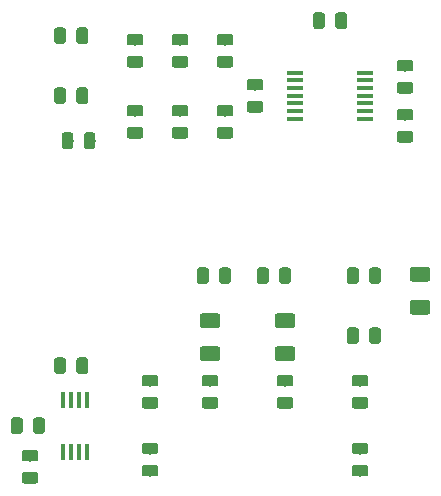
<source format=gbr>
G04 #@! TF.GenerationSoftware,KiCad,Pcbnew,5.1.4-e60b266~84~ubuntu19.04.1*
G04 #@! TF.CreationDate,2019-10-12T12:41:06-05:00*
G04 #@! TF.ProjectId,current sensor board,63757272-656e-4742-9073-656e736f7220,rev?*
G04 #@! TF.SameCoordinates,Original*
G04 #@! TF.FileFunction,Paste,Top*
G04 #@! TF.FilePolarity,Positive*
%FSLAX46Y46*%
G04 Gerber Fmt 4.6, Leading zero omitted, Abs format (unit mm)*
G04 Created by KiCad (PCBNEW 5.1.4-e60b266~84~ubuntu19.04.1) date 2019-10-12 12:41:06*
%MOMM*%
%LPD*%
G04 APERTURE LIST*
%ADD10R,0.450000X1.450000*%
%ADD11C,0.100000*%
%ADD12C,0.975000*%
%ADD13C,1.250000*%
%ADD14R,1.450000X0.450000*%
G04 APERTURE END LIST*
D10*
X116545000Y-100670000D03*
X115895000Y-100670000D03*
X115245000Y-100670000D03*
X114595000Y-100670000D03*
X114595000Y-105070000D03*
X115245000Y-105070000D03*
X115895000Y-105070000D03*
X116545000Y-105070000D03*
D11*
G36*
X141237642Y-89471174D02*
G01*
X141261303Y-89474684D01*
X141284507Y-89480496D01*
X141307029Y-89488554D01*
X141328653Y-89498782D01*
X141349170Y-89511079D01*
X141368383Y-89525329D01*
X141386107Y-89541393D01*
X141402171Y-89559117D01*
X141416421Y-89578330D01*
X141428718Y-89598847D01*
X141438946Y-89620471D01*
X141447004Y-89642993D01*
X141452816Y-89666197D01*
X141456326Y-89689858D01*
X141457500Y-89713750D01*
X141457500Y-90626250D01*
X141456326Y-90650142D01*
X141452816Y-90673803D01*
X141447004Y-90697007D01*
X141438946Y-90719529D01*
X141428718Y-90741153D01*
X141416421Y-90761670D01*
X141402171Y-90780883D01*
X141386107Y-90798607D01*
X141368383Y-90814671D01*
X141349170Y-90828921D01*
X141328653Y-90841218D01*
X141307029Y-90851446D01*
X141284507Y-90859504D01*
X141261303Y-90865316D01*
X141237642Y-90868826D01*
X141213750Y-90870000D01*
X140726250Y-90870000D01*
X140702358Y-90868826D01*
X140678697Y-90865316D01*
X140655493Y-90859504D01*
X140632971Y-90851446D01*
X140611347Y-90841218D01*
X140590830Y-90828921D01*
X140571617Y-90814671D01*
X140553893Y-90798607D01*
X140537829Y-90780883D01*
X140523579Y-90761670D01*
X140511282Y-90741153D01*
X140501054Y-90719529D01*
X140492996Y-90697007D01*
X140487184Y-90673803D01*
X140483674Y-90650142D01*
X140482500Y-90626250D01*
X140482500Y-89713750D01*
X140483674Y-89689858D01*
X140487184Y-89666197D01*
X140492996Y-89642993D01*
X140501054Y-89620471D01*
X140511282Y-89598847D01*
X140523579Y-89578330D01*
X140537829Y-89559117D01*
X140553893Y-89541393D01*
X140571617Y-89525329D01*
X140590830Y-89511079D01*
X140611347Y-89498782D01*
X140632971Y-89488554D01*
X140655493Y-89480496D01*
X140678697Y-89474684D01*
X140702358Y-89471174D01*
X140726250Y-89470000D01*
X141213750Y-89470000D01*
X141237642Y-89471174D01*
X141237642Y-89471174D01*
G37*
D12*
X140970000Y-90170000D03*
D11*
G36*
X139362642Y-89471174D02*
G01*
X139386303Y-89474684D01*
X139409507Y-89480496D01*
X139432029Y-89488554D01*
X139453653Y-89498782D01*
X139474170Y-89511079D01*
X139493383Y-89525329D01*
X139511107Y-89541393D01*
X139527171Y-89559117D01*
X139541421Y-89578330D01*
X139553718Y-89598847D01*
X139563946Y-89620471D01*
X139572004Y-89642993D01*
X139577816Y-89666197D01*
X139581326Y-89689858D01*
X139582500Y-89713750D01*
X139582500Y-90626250D01*
X139581326Y-90650142D01*
X139577816Y-90673803D01*
X139572004Y-90697007D01*
X139563946Y-90719529D01*
X139553718Y-90741153D01*
X139541421Y-90761670D01*
X139527171Y-90780883D01*
X139511107Y-90798607D01*
X139493383Y-90814671D01*
X139474170Y-90828921D01*
X139453653Y-90841218D01*
X139432029Y-90851446D01*
X139409507Y-90859504D01*
X139386303Y-90865316D01*
X139362642Y-90868826D01*
X139338750Y-90870000D01*
X138851250Y-90870000D01*
X138827358Y-90868826D01*
X138803697Y-90865316D01*
X138780493Y-90859504D01*
X138757971Y-90851446D01*
X138736347Y-90841218D01*
X138715830Y-90828921D01*
X138696617Y-90814671D01*
X138678893Y-90798607D01*
X138662829Y-90780883D01*
X138648579Y-90761670D01*
X138636282Y-90741153D01*
X138626054Y-90719529D01*
X138617996Y-90697007D01*
X138612184Y-90673803D01*
X138608674Y-90650142D01*
X138607500Y-90626250D01*
X138607500Y-89713750D01*
X138608674Y-89689858D01*
X138612184Y-89666197D01*
X138617996Y-89642993D01*
X138626054Y-89620471D01*
X138636282Y-89598847D01*
X138648579Y-89578330D01*
X138662829Y-89559117D01*
X138678893Y-89541393D01*
X138696617Y-89525329D01*
X138715830Y-89511079D01*
X138736347Y-89498782D01*
X138757971Y-89488554D01*
X138780493Y-89480496D01*
X138803697Y-89474684D01*
X138827358Y-89471174D01*
X138851250Y-89470000D01*
X139338750Y-89470000D01*
X139362642Y-89471174D01*
X139362642Y-89471174D01*
G37*
D12*
X139095000Y-90170000D03*
D11*
G36*
X110914642Y-102171174D02*
G01*
X110938303Y-102174684D01*
X110961507Y-102180496D01*
X110984029Y-102188554D01*
X111005653Y-102198782D01*
X111026170Y-102211079D01*
X111045383Y-102225329D01*
X111063107Y-102241393D01*
X111079171Y-102259117D01*
X111093421Y-102278330D01*
X111105718Y-102298847D01*
X111115946Y-102320471D01*
X111124004Y-102342993D01*
X111129816Y-102366197D01*
X111133326Y-102389858D01*
X111134500Y-102413750D01*
X111134500Y-103326250D01*
X111133326Y-103350142D01*
X111129816Y-103373803D01*
X111124004Y-103397007D01*
X111115946Y-103419529D01*
X111105718Y-103441153D01*
X111093421Y-103461670D01*
X111079171Y-103480883D01*
X111063107Y-103498607D01*
X111045383Y-103514671D01*
X111026170Y-103528921D01*
X111005653Y-103541218D01*
X110984029Y-103551446D01*
X110961507Y-103559504D01*
X110938303Y-103565316D01*
X110914642Y-103568826D01*
X110890750Y-103570000D01*
X110403250Y-103570000D01*
X110379358Y-103568826D01*
X110355697Y-103565316D01*
X110332493Y-103559504D01*
X110309971Y-103551446D01*
X110288347Y-103541218D01*
X110267830Y-103528921D01*
X110248617Y-103514671D01*
X110230893Y-103498607D01*
X110214829Y-103480883D01*
X110200579Y-103461670D01*
X110188282Y-103441153D01*
X110178054Y-103419529D01*
X110169996Y-103397007D01*
X110164184Y-103373803D01*
X110160674Y-103350142D01*
X110159500Y-103326250D01*
X110159500Y-102413750D01*
X110160674Y-102389858D01*
X110164184Y-102366197D01*
X110169996Y-102342993D01*
X110178054Y-102320471D01*
X110188282Y-102298847D01*
X110200579Y-102278330D01*
X110214829Y-102259117D01*
X110230893Y-102241393D01*
X110248617Y-102225329D01*
X110267830Y-102211079D01*
X110288347Y-102198782D01*
X110309971Y-102188554D01*
X110332493Y-102180496D01*
X110355697Y-102174684D01*
X110379358Y-102171174D01*
X110403250Y-102170000D01*
X110890750Y-102170000D01*
X110914642Y-102171174D01*
X110914642Y-102171174D01*
G37*
D12*
X110647000Y-102870000D03*
D11*
G36*
X112789642Y-102171174D02*
G01*
X112813303Y-102174684D01*
X112836507Y-102180496D01*
X112859029Y-102188554D01*
X112880653Y-102198782D01*
X112901170Y-102211079D01*
X112920383Y-102225329D01*
X112938107Y-102241393D01*
X112954171Y-102259117D01*
X112968421Y-102278330D01*
X112980718Y-102298847D01*
X112990946Y-102320471D01*
X112999004Y-102342993D01*
X113004816Y-102366197D01*
X113008326Y-102389858D01*
X113009500Y-102413750D01*
X113009500Y-103326250D01*
X113008326Y-103350142D01*
X113004816Y-103373803D01*
X112999004Y-103397007D01*
X112990946Y-103419529D01*
X112980718Y-103441153D01*
X112968421Y-103461670D01*
X112954171Y-103480883D01*
X112938107Y-103498607D01*
X112920383Y-103514671D01*
X112901170Y-103528921D01*
X112880653Y-103541218D01*
X112859029Y-103551446D01*
X112836507Y-103559504D01*
X112813303Y-103565316D01*
X112789642Y-103568826D01*
X112765750Y-103570000D01*
X112278250Y-103570000D01*
X112254358Y-103568826D01*
X112230697Y-103565316D01*
X112207493Y-103559504D01*
X112184971Y-103551446D01*
X112163347Y-103541218D01*
X112142830Y-103528921D01*
X112123617Y-103514671D01*
X112105893Y-103498607D01*
X112089829Y-103480883D01*
X112075579Y-103461670D01*
X112063282Y-103441153D01*
X112053054Y-103419529D01*
X112044996Y-103397007D01*
X112039184Y-103373803D01*
X112035674Y-103350142D01*
X112034500Y-103326250D01*
X112034500Y-102413750D01*
X112035674Y-102389858D01*
X112039184Y-102366197D01*
X112044996Y-102342993D01*
X112053054Y-102320471D01*
X112063282Y-102298847D01*
X112075579Y-102278330D01*
X112089829Y-102259117D01*
X112105893Y-102241393D01*
X112123617Y-102225329D01*
X112142830Y-102211079D01*
X112163347Y-102198782D01*
X112184971Y-102188554D01*
X112207493Y-102180496D01*
X112230697Y-102174684D01*
X112254358Y-102171174D01*
X112278250Y-102170000D01*
X112765750Y-102170000D01*
X112789642Y-102171174D01*
X112789642Y-102171174D01*
G37*
D12*
X112522000Y-102870000D03*
D11*
G36*
X112240142Y-106798674D02*
G01*
X112263803Y-106802184D01*
X112287007Y-106807996D01*
X112309529Y-106816054D01*
X112331153Y-106826282D01*
X112351670Y-106838579D01*
X112370883Y-106852829D01*
X112388607Y-106868893D01*
X112404671Y-106886617D01*
X112418921Y-106905830D01*
X112431218Y-106926347D01*
X112441446Y-106947971D01*
X112449504Y-106970493D01*
X112455316Y-106993697D01*
X112458826Y-107017358D01*
X112460000Y-107041250D01*
X112460000Y-107528750D01*
X112458826Y-107552642D01*
X112455316Y-107576303D01*
X112449504Y-107599507D01*
X112441446Y-107622029D01*
X112431218Y-107643653D01*
X112418921Y-107664170D01*
X112404671Y-107683383D01*
X112388607Y-107701107D01*
X112370883Y-107717171D01*
X112351670Y-107731421D01*
X112331153Y-107743718D01*
X112309529Y-107753946D01*
X112287007Y-107762004D01*
X112263803Y-107767816D01*
X112240142Y-107771326D01*
X112216250Y-107772500D01*
X111303750Y-107772500D01*
X111279858Y-107771326D01*
X111256197Y-107767816D01*
X111232993Y-107762004D01*
X111210471Y-107753946D01*
X111188847Y-107743718D01*
X111168330Y-107731421D01*
X111149117Y-107717171D01*
X111131393Y-107701107D01*
X111115329Y-107683383D01*
X111101079Y-107664170D01*
X111088782Y-107643653D01*
X111078554Y-107622029D01*
X111070496Y-107599507D01*
X111064684Y-107576303D01*
X111061174Y-107552642D01*
X111060000Y-107528750D01*
X111060000Y-107041250D01*
X111061174Y-107017358D01*
X111064684Y-106993697D01*
X111070496Y-106970493D01*
X111078554Y-106947971D01*
X111088782Y-106926347D01*
X111101079Y-106905830D01*
X111115329Y-106886617D01*
X111131393Y-106868893D01*
X111149117Y-106852829D01*
X111168330Y-106838579D01*
X111188847Y-106826282D01*
X111210471Y-106816054D01*
X111232993Y-106807996D01*
X111256197Y-106802184D01*
X111279858Y-106798674D01*
X111303750Y-106797500D01*
X112216250Y-106797500D01*
X112240142Y-106798674D01*
X112240142Y-106798674D01*
G37*
D12*
X111760000Y-107285000D03*
D11*
G36*
X112240142Y-104923674D02*
G01*
X112263803Y-104927184D01*
X112287007Y-104932996D01*
X112309529Y-104941054D01*
X112331153Y-104951282D01*
X112351670Y-104963579D01*
X112370883Y-104977829D01*
X112388607Y-104993893D01*
X112404671Y-105011617D01*
X112418921Y-105030830D01*
X112431218Y-105051347D01*
X112441446Y-105072971D01*
X112449504Y-105095493D01*
X112455316Y-105118697D01*
X112458826Y-105142358D01*
X112460000Y-105166250D01*
X112460000Y-105653750D01*
X112458826Y-105677642D01*
X112455316Y-105701303D01*
X112449504Y-105724507D01*
X112441446Y-105747029D01*
X112431218Y-105768653D01*
X112418921Y-105789170D01*
X112404671Y-105808383D01*
X112388607Y-105826107D01*
X112370883Y-105842171D01*
X112351670Y-105856421D01*
X112331153Y-105868718D01*
X112309529Y-105878946D01*
X112287007Y-105887004D01*
X112263803Y-105892816D01*
X112240142Y-105896326D01*
X112216250Y-105897500D01*
X111303750Y-105897500D01*
X111279858Y-105896326D01*
X111256197Y-105892816D01*
X111232993Y-105887004D01*
X111210471Y-105878946D01*
X111188847Y-105868718D01*
X111168330Y-105856421D01*
X111149117Y-105842171D01*
X111131393Y-105826107D01*
X111115329Y-105808383D01*
X111101079Y-105789170D01*
X111088782Y-105768653D01*
X111078554Y-105747029D01*
X111070496Y-105724507D01*
X111064684Y-105701303D01*
X111061174Y-105677642D01*
X111060000Y-105653750D01*
X111060000Y-105166250D01*
X111061174Y-105142358D01*
X111064684Y-105118697D01*
X111070496Y-105095493D01*
X111078554Y-105072971D01*
X111088782Y-105051347D01*
X111101079Y-105030830D01*
X111115329Y-105011617D01*
X111131393Y-104993893D01*
X111149117Y-104977829D01*
X111168330Y-104963579D01*
X111188847Y-104951282D01*
X111210471Y-104941054D01*
X111232993Y-104932996D01*
X111256197Y-104927184D01*
X111279858Y-104923674D01*
X111303750Y-104922500D01*
X112216250Y-104922500D01*
X112240142Y-104923674D01*
X112240142Y-104923674D01*
G37*
D12*
X111760000Y-105410000D03*
D11*
G36*
X141237642Y-94551174D02*
G01*
X141261303Y-94554684D01*
X141284507Y-94560496D01*
X141307029Y-94568554D01*
X141328653Y-94578782D01*
X141349170Y-94591079D01*
X141368383Y-94605329D01*
X141386107Y-94621393D01*
X141402171Y-94639117D01*
X141416421Y-94658330D01*
X141428718Y-94678847D01*
X141438946Y-94700471D01*
X141447004Y-94722993D01*
X141452816Y-94746197D01*
X141456326Y-94769858D01*
X141457500Y-94793750D01*
X141457500Y-95706250D01*
X141456326Y-95730142D01*
X141452816Y-95753803D01*
X141447004Y-95777007D01*
X141438946Y-95799529D01*
X141428718Y-95821153D01*
X141416421Y-95841670D01*
X141402171Y-95860883D01*
X141386107Y-95878607D01*
X141368383Y-95894671D01*
X141349170Y-95908921D01*
X141328653Y-95921218D01*
X141307029Y-95931446D01*
X141284507Y-95939504D01*
X141261303Y-95945316D01*
X141237642Y-95948826D01*
X141213750Y-95950000D01*
X140726250Y-95950000D01*
X140702358Y-95948826D01*
X140678697Y-95945316D01*
X140655493Y-95939504D01*
X140632971Y-95931446D01*
X140611347Y-95921218D01*
X140590830Y-95908921D01*
X140571617Y-95894671D01*
X140553893Y-95878607D01*
X140537829Y-95860883D01*
X140523579Y-95841670D01*
X140511282Y-95821153D01*
X140501054Y-95799529D01*
X140492996Y-95777007D01*
X140487184Y-95753803D01*
X140483674Y-95730142D01*
X140482500Y-95706250D01*
X140482500Y-94793750D01*
X140483674Y-94769858D01*
X140487184Y-94746197D01*
X140492996Y-94722993D01*
X140501054Y-94700471D01*
X140511282Y-94678847D01*
X140523579Y-94658330D01*
X140537829Y-94639117D01*
X140553893Y-94621393D01*
X140571617Y-94605329D01*
X140590830Y-94591079D01*
X140611347Y-94578782D01*
X140632971Y-94568554D01*
X140655493Y-94560496D01*
X140678697Y-94554684D01*
X140702358Y-94551174D01*
X140726250Y-94550000D01*
X141213750Y-94550000D01*
X141237642Y-94551174D01*
X141237642Y-94551174D01*
G37*
D12*
X140970000Y-95250000D03*
D11*
G36*
X139362642Y-94551174D02*
G01*
X139386303Y-94554684D01*
X139409507Y-94560496D01*
X139432029Y-94568554D01*
X139453653Y-94578782D01*
X139474170Y-94591079D01*
X139493383Y-94605329D01*
X139511107Y-94621393D01*
X139527171Y-94639117D01*
X139541421Y-94658330D01*
X139553718Y-94678847D01*
X139563946Y-94700471D01*
X139572004Y-94722993D01*
X139577816Y-94746197D01*
X139581326Y-94769858D01*
X139582500Y-94793750D01*
X139582500Y-95706250D01*
X139581326Y-95730142D01*
X139577816Y-95753803D01*
X139572004Y-95777007D01*
X139563946Y-95799529D01*
X139553718Y-95821153D01*
X139541421Y-95841670D01*
X139527171Y-95860883D01*
X139511107Y-95878607D01*
X139493383Y-95894671D01*
X139474170Y-95908921D01*
X139453653Y-95921218D01*
X139432029Y-95931446D01*
X139409507Y-95939504D01*
X139386303Y-95945316D01*
X139362642Y-95948826D01*
X139338750Y-95950000D01*
X138851250Y-95950000D01*
X138827358Y-95948826D01*
X138803697Y-95945316D01*
X138780493Y-95939504D01*
X138757971Y-95931446D01*
X138736347Y-95921218D01*
X138715830Y-95908921D01*
X138696617Y-95894671D01*
X138678893Y-95878607D01*
X138662829Y-95860883D01*
X138648579Y-95841670D01*
X138636282Y-95821153D01*
X138626054Y-95799529D01*
X138617996Y-95777007D01*
X138612184Y-95753803D01*
X138608674Y-95730142D01*
X138607500Y-95706250D01*
X138607500Y-94793750D01*
X138608674Y-94769858D01*
X138612184Y-94746197D01*
X138617996Y-94722993D01*
X138626054Y-94700471D01*
X138636282Y-94678847D01*
X138648579Y-94658330D01*
X138662829Y-94639117D01*
X138678893Y-94621393D01*
X138696617Y-94605329D01*
X138715830Y-94591079D01*
X138736347Y-94578782D01*
X138757971Y-94568554D01*
X138780493Y-94560496D01*
X138803697Y-94554684D01*
X138827358Y-94551174D01*
X138851250Y-94550000D01*
X139338750Y-94550000D01*
X139362642Y-94551174D01*
X139362642Y-94551174D01*
G37*
D12*
X139095000Y-95250000D03*
D11*
G36*
X133617642Y-89471174D02*
G01*
X133641303Y-89474684D01*
X133664507Y-89480496D01*
X133687029Y-89488554D01*
X133708653Y-89498782D01*
X133729170Y-89511079D01*
X133748383Y-89525329D01*
X133766107Y-89541393D01*
X133782171Y-89559117D01*
X133796421Y-89578330D01*
X133808718Y-89598847D01*
X133818946Y-89620471D01*
X133827004Y-89642993D01*
X133832816Y-89666197D01*
X133836326Y-89689858D01*
X133837500Y-89713750D01*
X133837500Y-90626250D01*
X133836326Y-90650142D01*
X133832816Y-90673803D01*
X133827004Y-90697007D01*
X133818946Y-90719529D01*
X133808718Y-90741153D01*
X133796421Y-90761670D01*
X133782171Y-90780883D01*
X133766107Y-90798607D01*
X133748383Y-90814671D01*
X133729170Y-90828921D01*
X133708653Y-90841218D01*
X133687029Y-90851446D01*
X133664507Y-90859504D01*
X133641303Y-90865316D01*
X133617642Y-90868826D01*
X133593750Y-90870000D01*
X133106250Y-90870000D01*
X133082358Y-90868826D01*
X133058697Y-90865316D01*
X133035493Y-90859504D01*
X133012971Y-90851446D01*
X132991347Y-90841218D01*
X132970830Y-90828921D01*
X132951617Y-90814671D01*
X132933893Y-90798607D01*
X132917829Y-90780883D01*
X132903579Y-90761670D01*
X132891282Y-90741153D01*
X132881054Y-90719529D01*
X132872996Y-90697007D01*
X132867184Y-90673803D01*
X132863674Y-90650142D01*
X132862500Y-90626250D01*
X132862500Y-89713750D01*
X132863674Y-89689858D01*
X132867184Y-89666197D01*
X132872996Y-89642993D01*
X132881054Y-89620471D01*
X132891282Y-89598847D01*
X132903579Y-89578330D01*
X132917829Y-89559117D01*
X132933893Y-89541393D01*
X132951617Y-89525329D01*
X132970830Y-89511079D01*
X132991347Y-89498782D01*
X133012971Y-89488554D01*
X133035493Y-89480496D01*
X133058697Y-89474684D01*
X133082358Y-89471174D01*
X133106250Y-89470000D01*
X133593750Y-89470000D01*
X133617642Y-89471174D01*
X133617642Y-89471174D01*
G37*
D12*
X133350000Y-90170000D03*
D11*
G36*
X131742642Y-89471174D02*
G01*
X131766303Y-89474684D01*
X131789507Y-89480496D01*
X131812029Y-89488554D01*
X131833653Y-89498782D01*
X131854170Y-89511079D01*
X131873383Y-89525329D01*
X131891107Y-89541393D01*
X131907171Y-89559117D01*
X131921421Y-89578330D01*
X131933718Y-89598847D01*
X131943946Y-89620471D01*
X131952004Y-89642993D01*
X131957816Y-89666197D01*
X131961326Y-89689858D01*
X131962500Y-89713750D01*
X131962500Y-90626250D01*
X131961326Y-90650142D01*
X131957816Y-90673803D01*
X131952004Y-90697007D01*
X131943946Y-90719529D01*
X131933718Y-90741153D01*
X131921421Y-90761670D01*
X131907171Y-90780883D01*
X131891107Y-90798607D01*
X131873383Y-90814671D01*
X131854170Y-90828921D01*
X131833653Y-90841218D01*
X131812029Y-90851446D01*
X131789507Y-90859504D01*
X131766303Y-90865316D01*
X131742642Y-90868826D01*
X131718750Y-90870000D01*
X131231250Y-90870000D01*
X131207358Y-90868826D01*
X131183697Y-90865316D01*
X131160493Y-90859504D01*
X131137971Y-90851446D01*
X131116347Y-90841218D01*
X131095830Y-90828921D01*
X131076617Y-90814671D01*
X131058893Y-90798607D01*
X131042829Y-90780883D01*
X131028579Y-90761670D01*
X131016282Y-90741153D01*
X131006054Y-90719529D01*
X130997996Y-90697007D01*
X130992184Y-90673803D01*
X130988674Y-90650142D01*
X130987500Y-90626250D01*
X130987500Y-89713750D01*
X130988674Y-89689858D01*
X130992184Y-89666197D01*
X130997996Y-89642993D01*
X131006054Y-89620471D01*
X131016282Y-89598847D01*
X131028579Y-89578330D01*
X131042829Y-89559117D01*
X131058893Y-89541393D01*
X131076617Y-89525329D01*
X131095830Y-89511079D01*
X131116347Y-89498782D01*
X131137971Y-89488554D01*
X131160493Y-89480496D01*
X131183697Y-89474684D01*
X131207358Y-89471174D01*
X131231250Y-89470000D01*
X131718750Y-89470000D01*
X131742642Y-89471174D01*
X131742642Y-89471174D01*
G37*
D12*
X131475000Y-90170000D03*
D11*
G36*
X126662642Y-89471174D02*
G01*
X126686303Y-89474684D01*
X126709507Y-89480496D01*
X126732029Y-89488554D01*
X126753653Y-89498782D01*
X126774170Y-89511079D01*
X126793383Y-89525329D01*
X126811107Y-89541393D01*
X126827171Y-89559117D01*
X126841421Y-89578330D01*
X126853718Y-89598847D01*
X126863946Y-89620471D01*
X126872004Y-89642993D01*
X126877816Y-89666197D01*
X126881326Y-89689858D01*
X126882500Y-89713750D01*
X126882500Y-90626250D01*
X126881326Y-90650142D01*
X126877816Y-90673803D01*
X126872004Y-90697007D01*
X126863946Y-90719529D01*
X126853718Y-90741153D01*
X126841421Y-90761670D01*
X126827171Y-90780883D01*
X126811107Y-90798607D01*
X126793383Y-90814671D01*
X126774170Y-90828921D01*
X126753653Y-90841218D01*
X126732029Y-90851446D01*
X126709507Y-90859504D01*
X126686303Y-90865316D01*
X126662642Y-90868826D01*
X126638750Y-90870000D01*
X126151250Y-90870000D01*
X126127358Y-90868826D01*
X126103697Y-90865316D01*
X126080493Y-90859504D01*
X126057971Y-90851446D01*
X126036347Y-90841218D01*
X126015830Y-90828921D01*
X125996617Y-90814671D01*
X125978893Y-90798607D01*
X125962829Y-90780883D01*
X125948579Y-90761670D01*
X125936282Y-90741153D01*
X125926054Y-90719529D01*
X125917996Y-90697007D01*
X125912184Y-90673803D01*
X125908674Y-90650142D01*
X125907500Y-90626250D01*
X125907500Y-89713750D01*
X125908674Y-89689858D01*
X125912184Y-89666197D01*
X125917996Y-89642993D01*
X125926054Y-89620471D01*
X125936282Y-89598847D01*
X125948579Y-89578330D01*
X125962829Y-89559117D01*
X125978893Y-89541393D01*
X125996617Y-89525329D01*
X126015830Y-89511079D01*
X126036347Y-89498782D01*
X126057971Y-89488554D01*
X126080493Y-89480496D01*
X126103697Y-89474684D01*
X126127358Y-89471174D01*
X126151250Y-89470000D01*
X126638750Y-89470000D01*
X126662642Y-89471174D01*
X126662642Y-89471174D01*
G37*
D12*
X126395000Y-90170000D03*
D11*
G36*
X128537642Y-89471174D02*
G01*
X128561303Y-89474684D01*
X128584507Y-89480496D01*
X128607029Y-89488554D01*
X128628653Y-89498782D01*
X128649170Y-89511079D01*
X128668383Y-89525329D01*
X128686107Y-89541393D01*
X128702171Y-89559117D01*
X128716421Y-89578330D01*
X128728718Y-89598847D01*
X128738946Y-89620471D01*
X128747004Y-89642993D01*
X128752816Y-89666197D01*
X128756326Y-89689858D01*
X128757500Y-89713750D01*
X128757500Y-90626250D01*
X128756326Y-90650142D01*
X128752816Y-90673803D01*
X128747004Y-90697007D01*
X128738946Y-90719529D01*
X128728718Y-90741153D01*
X128716421Y-90761670D01*
X128702171Y-90780883D01*
X128686107Y-90798607D01*
X128668383Y-90814671D01*
X128649170Y-90828921D01*
X128628653Y-90841218D01*
X128607029Y-90851446D01*
X128584507Y-90859504D01*
X128561303Y-90865316D01*
X128537642Y-90868826D01*
X128513750Y-90870000D01*
X128026250Y-90870000D01*
X128002358Y-90868826D01*
X127978697Y-90865316D01*
X127955493Y-90859504D01*
X127932971Y-90851446D01*
X127911347Y-90841218D01*
X127890830Y-90828921D01*
X127871617Y-90814671D01*
X127853893Y-90798607D01*
X127837829Y-90780883D01*
X127823579Y-90761670D01*
X127811282Y-90741153D01*
X127801054Y-90719529D01*
X127792996Y-90697007D01*
X127787184Y-90673803D01*
X127783674Y-90650142D01*
X127782500Y-90626250D01*
X127782500Y-89713750D01*
X127783674Y-89689858D01*
X127787184Y-89666197D01*
X127792996Y-89642993D01*
X127801054Y-89620471D01*
X127811282Y-89598847D01*
X127823579Y-89578330D01*
X127837829Y-89559117D01*
X127853893Y-89541393D01*
X127871617Y-89525329D01*
X127890830Y-89511079D01*
X127911347Y-89498782D01*
X127932971Y-89488554D01*
X127955493Y-89480496D01*
X127978697Y-89474684D01*
X128002358Y-89471174D01*
X128026250Y-89470000D01*
X128513750Y-89470000D01*
X128537642Y-89471174D01*
X128537642Y-89471174D01*
G37*
D12*
X128270000Y-90170000D03*
D11*
G36*
X116442642Y-97091174D02*
G01*
X116466303Y-97094684D01*
X116489507Y-97100496D01*
X116512029Y-97108554D01*
X116533653Y-97118782D01*
X116554170Y-97131079D01*
X116573383Y-97145329D01*
X116591107Y-97161393D01*
X116607171Y-97179117D01*
X116621421Y-97198330D01*
X116633718Y-97218847D01*
X116643946Y-97240471D01*
X116652004Y-97262993D01*
X116657816Y-97286197D01*
X116661326Y-97309858D01*
X116662500Y-97333750D01*
X116662500Y-98246250D01*
X116661326Y-98270142D01*
X116657816Y-98293803D01*
X116652004Y-98317007D01*
X116643946Y-98339529D01*
X116633718Y-98361153D01*
X116621421Y-98381670D01*
X116607171Y-98400883D01*
X116591107Y-98418607D01*
X116573383Y-98434671D01*
X116554170Y-98448921D01*
X116533653Y-98461218D01*
X116512029Y-98471446D01*
X116489507Y-98479504D01*
X116466303Y-98485316D01*
X116442642Y-98488826D01*
X116418750Y-98490000D01*
X115931250Y-98490000D01*
X115907358Y-98488826D01*
X115883697Y-98485316D01*
X115860493Y-98479504D01*
X115837971Y-98471446D01*
X115816347Y-98461218D01*
X115795830Y-98448921D01*
X115776617Y-98434671D01*
X115758893Y-98418607D01*
X115742829Y-98400883D01*
X115728579Y-98381670D01*
X115716282Y-98361153D01*
X115706054Y-98339529D01*
X115697996Y-98317007D01*
X115692184Y-98293803D01*
X115688674Y-98270142D01*
X115687500Y-98246250D01*
X115687500Y-97333750D01*
X115688674Y-97309858D01*
X115692184Y-97286197D01*
X115697996Y-97262993D01*
X115706054Y-97240471D01*
X115716282Y-97218847D01*
X115728579Y-97198330D01*
X115742829Y-97179117D01*
X115758893Y-97161393D01*
X115776617Y-97145329D01*
X115795830Y-97131079D01*
X115816347Y-97118782D01*
X115837971Y-97108554D01*
X115860493Y-97100496D01*
X115883697Y-97094684D01*
X115907358Y-97091174D01*
X115931250Y-97090000D01*
X116418750Y-97090000D01*
X116442642Y-97091174D01*
X116442642Y-97091174D01*
G37*
D12*
X116175000Y-97790000D03*
D11*
G36*
X114567642Y-97091174D02*
G01*
X114591303Y-97094684D01*
X114614507Y-97100496D01*
X114637029Y-97108554D01*
X114658653Y-97118782D01*
X114679170Y-97131079D01*
X114698383Y-97145329D01*
X114716107Y-97161393D01*
X114732171Y-97179117D01*
X114746421Y-97198330D01*
X114758718Y-97218847D01*
X114768946Y-97240471D01*
X114777004Y-97262993D01*
X114782816Y-97286197D01*
X114786326Y-97309858D01*
X114787500Y-97333750D01*
X114787500Y-98246250D01*
X114786326Y-98270142D01*
X114782816Y-98293803D01*
X114777004Y-98317007D01*
X114768946Y-98339529D01*
X114758718Y-98361153D01*
X114746421Y-98381670D01*
X114732171Y-98400883D01*
X114716107Y-98418607D01*
X114698383Y-98434671D01*
X114679170Y-98448921D01*
X114658653Y-98461218D01*
X114637029Y-98471446D01*
X114614507Y-98479504D01*
X114591303Y-98485316D01*
X114567642Y-98488826D01*
X114543750Y-98490000D01*
X114056250Y-98490000D01*
X114032358Y-98488826D01*
X114008697Y-98485316D01*
X113985493Y-98479504D01*
X113962971Y-98471446D01*
X113941347Y-98461218D01*
X113920830Y-98448921D01*
X113901617Y-98434671D01*
X113883893Y-98418607D01*
X113867829Y-98400883D01*
X113853579Y-98381670D01*
X113841282Y-98361153D01*
X113831054Y-98339529D01*
X113822996Y-98317007D01*
X113817184Y-98293803D01*
X113813674Y-98270142D01*
X113812500Y-98246250D01*
X113812500Y-97333750D01*
X113813674Y-97309858D01*
X113817184Y-97286197D01*
X113822996Y-97262993D01*
X113831054Y-97240471D01*
X113841282Y-97218847D01*
X113853579Y-97198330D01*
X113867829Y-97179117D01*
X113883893Y-97161393D01*
X113901617Y-97145329D01*
X113920830Y-97131079D01*
X113941347Y-97118782D01*
X113962971Y-97108554D01*
X113985493Y-97100496D01*
X114008697Y-97094684D01*
X114032358Y-97091174D01*
X114056250Y-97090000D01*
X114543750Y-97090000D01*
X114567642Y-97091174D01*
X114567642Y-97091174D01*
G37*
D12*
X114300000Y-97790000D03*
D11*
G36*
X133830142Y-98573674D02*
G01*
X133853803Y-98577184D01*
X133877007Y-98582996D01*
X133899529Y-98591054D01*
X133921153Y-98601282D01*
X133941670Y-98613579D01*
X133960883Y-98627829D01*
X133978607Y-98643893D01*
X133994671Y-98661617D01*
X134008921Y-98680830D01*
X134021218Y-98701347D01*
X134031446Y-98722971D01*
X134039504Y-98745493D01*
X134045316Y-98768697D01*
X134048826Y-98792358D01*
X134050000Y-98816250D01*
X134050000Y-99303750D01*
X134048826Y-99327642D01*
X134045316Y-99351303D01*
X134039504Y-99374507D01*
X134031446Y-99397029D01*
X134021218Y-99418653D01*
X134008921Y-99439170D01*
X133994671Y-99458383D01*
X133978607Y-99476107D01*
X133960883Y-99492171D01*
X133941670Y-99506421D01*
X133921153Y-99518718D01*
X133899529Y-99528946D01*
X133877007Y-99537004D01*
X133853803Y-99542816D01*
X133830142Y-99546326D01*
X133806250Y-99547500D01*
X132893750Y-99547500D01*
X132869858Y-99546326D01*
X132846197Y-99542816D01*
X132822993Y-99537004D01*
X132800471Y-99528946D01*
X132778847Y-99518718D01*
X132758330Y-99506421D01*
X132739117Y-99492171D01*
X132721393Y-99476107D01*
X132705329Y-99458383D01*
X132691079Y-99439170D01*
X132678782Y-99418653D01*
X132668554Y-99397029D01*
X132660496Y-99374507D01*
X132654684Y-99351303D01*
X132651174Y-99327642D01*
X132650000Y-99303750D01*
X132650000Y-98816250D01*
X132651174Y-98792358D01*
X132654684Y-98768697D01*
X132660496Y-98745493D01*
X132668554Y-98722971D01*
X132678782Y-98701347D01*
X132691079Y-98680830D01*
X132705329Y-98661617D01*
X132721393Y-98643893D01*
X132739117Y-98627829D01*
X132758330Y-98613579D01*
X132778847Y-98601282D01*
X132800471Y-98591054D01*
X132822993Y-98582996D01*
X132846197Y-98577184D01*
X132869858Y-98573674D01*
X132893750Y-98572500D01*
X133806250Y-98572500D01*
X133830142Y-98573674D01*
X133830142Y-98573674D01*
G37*
D12*
X133350000Y-99060000D03*
D11*
G36*
X133830142Y-100448674D02*
G01*
X133853803Y-100452184D01*
X133877007Y-100457996D01*
X133899529Y-100466054D01*
X133921153Y-100476282D01*
X133941670Y-100488579D01*
X133960883Y-100502829D01*
X133978607Y-100518893D01*
X133994671Y-100536617D01*
X134008921Y-100555830D01*
X134021218Y-100576347D01*
X134031446Y-100597971D01*
X134039504Y-100620493D01*
X134045316Y-100643697D01*
X134048826Y-100667358D01*
X134050000Y-100691250D01*
X134050000Y-101178750D01*
X134048826Y-101202642D01*
X134045316Y-101226303D01*
X134039504Y-101249507D01*
X134031446Y-101272029D01*
X134021218Y-101293653D01*
X134008921Y-101314170D01*
X133994671Y-101333383D01*
X133978607Y-101351107D01*
X133960883Y-101367171D01*
X133941670Y-101381421D01*
X133921153Y-101393718D01*
X133899529Y-101403946D01*
X133877007Y-101412004D01*
X133853803Y-101417816D01*
X133830142Y-101421326D01*
X133806250Y-101422500D01*
X132893750Y-101422500D01*
X132869858Y-101421326D01*
X132846197Y-101417816D01*
X132822993Y-101412004D01*
X132800471Y-101403946D01*
X132778847Y-101393718D01*
X132758330Y-101381421D01*
X132739117Y-101367171D01*
X132721393Y-101351107D01*
X132705329Y-101333383D01*
X132691079Y-101314170D01*
X132678782Y-101293653D01*
X132668554Y-101272029D01*
X132660496Y-101249507D01*
X132654684Y-101226303D01*
X132651174Y-101202642D01*
X132650000Y-101178750D01*
X132650000Y-100691250D01*
X132651174Y-100667358D01*
X132654684Y-100643697D01*
X132660496Y-100620493D01*
X132668554Y-100597971D01*
X132678782Y-100576347D01*
X132691079Y-100555830D01*
X132705329Y-100536617D01*
X132721393Y-100518893D01*
X132739117Y-100502829D01*
X132758330Y-100488579D01*
X132778847Y-100476282D01*
X132800471Y-100466054D01*
X132822993Y-100457996D01*
X132846197Y-100452184D01*
X132869858Y-100448674D01*
X132893750Y-100447500D01*
X133806250Y-100447500D01*
X133830142Y-100448674D01*
X133830142Y-100448674D01*
G37*
D12*
X133350000Y-100935000D03*
D11*
G36*
X127480142Y-100448674D02*
G01*
X127503803Y-100452184D01*
X127527007Y-100457996D01*
X127549529Y-100466054D01*
X127571153Y-100476282D01*
X127591670Y-100488579D01*
X127610883Y-100502829D01*
X127628607Y-100518893D01*
X127644671Y-100536617D01*
X127658921Y-100555830D01*
X127671218Y-100576347D01*
X127681446Y-100597971D01*
X127689504Y-100620493D01*
X127695316Y-100643697D01*
X127698826Y-100667358D01*
X127700000Y-100691250D01*
X127700000Y-101178750D01*
X127698826Y-101202642D01*
X127695316Y-101226303D01*
X127689504Y-101249507D01*
X127681446Y-101272029D01*
X127671218Y-101293653D01*
X127658921Y-101314170D01*
X127644671Y-101333383D01*
X127628607Y-101351107D01*
X127610883Y-101367171D01*
X127591670Y-101381421D01*
X127571153Y-101393718D01*
X127549529Y-101403946D01*
X127527007Y-101412004D01*
X127503803Y-101417816D01*
X127480142Y-101421326D01*
X127456250Y-101422500D01*
X126543750Y-101422500D01*
X126519858Y-101421326D01*
X126496197Y-101417816D01*
X126472993Y-101412004D01*
X126450471Y-101403946D01*
X126428847Y-101393718D01*
X126408330Y-101381421D01*
X126389117Y-101367171D01*
X126371393Y-101351107D01*
X126355329Y-101333383D01*
X126341079Y-101314170D01*
X126328782Y-101293653D01*
X126318554Y-101272029D01*
X126310496Y-101249507D01*
X126304684Y-101226303D01*
X126301174Y-101202642D01*
X126300000Y-101178750D01*
X126300000Y-100691250D01*
X126301174Y-100667358D01*
X126304684Y-100643697D01*
X126310496Y-100620493D01*
X126318554Y-100597971D01*
X126328782Y-100576347D01*
X126341079Y-100555830D01*
X126355329Y-100536617D01*
X126371393Y-100518893D01*
X126389117Y-100502829D01*
X126408330Y-100488579D01*
X126428847Y-100476282D01*
X126450471Y-100466054D01*
X126472993Y-100457996D01*
X126496197Y-100452184D01*
X126519858Y-100448674D01*
X126543750Y-100447500D01*
X127456250Y-100447500D01*
X127480142Y-100448674D01*
X127480142Y-100448674D01*
G37*
D12*
X127000000Y-100935000D03*
D11*
G36*
X127480142Y-98573674D02*
G01*
X127503803Y-98577184D01*
X127527007Y-98582996D01*
X127549529Y-98591054D01*
X127571153Y-98601282D01*
X127591670Y-98613579D01*
X127610883Y-98627829D01*
X127628607Y-98643893D01*
X127644671Y-98661617D01*
X127658921Y-98680830D01*
X127671218Y-98701347D01*
X127681446Y-98722971D01*
X127689504Y-98745493D01*
X127695316Y-98768697D01*
X127698826Y-98792358D01*
X127700000Y-98816250D01*
X127700000Y-99303750D01*
X127698826Y-99327642D01*
X127695316Y-99351303D01*
X127689504Y-99374507D01*
X127681446Y-99397029D01*
X127671218Y-99418653D01*
X127658921Y-99439170D01*
X127644671Y-99458383D01*
X127628607Y-99476107D01*
X127610883Y-99492171D01*
X127591670Y-99506421D01*
X127571153Y-99518718D01*
X127549529Y-99528946D01*
X127527007Y-99537004D01*
X127503803Y-99542816D01*
X127480142Y-99546326D01*
X127456250Y-99547500D01*
X126543750Y-99547500D01*
X126519858Y-99546326D01*
X126496197Y-99542816D01*
X126472993Y-99537004D01*
X126450471Y-99528946D01*
X126428847Y-99518718D01*
X126408330Y-99506421D01*
X126389117Y-99492171D01*
X126371393Y-99476107D01*
X126355329Y-99458383D01*
X126341079Y-99439170D01*
X126328782Y-99418653D01*
X126318554Y-99397029D01*
X126310496Y-99374507D01*
X126304684Y-99351303D01*
X126301174Y-99327642D01*
X126300000Y-99303750D01*
X126300000Y-98816250D01*
X126301174Y-98792358D01*
X126304684Y-98768697D01*
X126310496Y-98745493D01*
X126318554Y-98722971D01*
X126328782Y-98701347D01*
X126341079Y-98680830D01*
X126355329Y-98661617D01*
X126371393Y-98643893D01*
X126389117Y-98627829D01*
X126408330Y-98613579D01*
X126428847Y-98601282D01*
X126450471Y-98591054D01*
X126472993Y-98582996D01*
X126496197Y-98577184D01*
X126519858Y-98573674D01*
X126543750Y-98572500D01*
X127456250Y-98572500D01*
X127480142Y-98573674D01*
X127480142Y-98573674D01*
G37*
D12*
X127000000Y-99060000D03*
D11*
G36*
X115202642Y-78041174D02*
G01*
X115226303Y-78044684D01*
X115249507Y-78050496D01*
X115272029Y-78058554D01*
X115293653Y-78068782D01*
X115314170Y-78081079D01*
X115333383Y-78095329D01*
X115351107Y-78111393D01*
X115367171Y-78129117D01*
X115381421Y-78148330D01*
X115393718Y-78168847D01*
X115403946Y-78190471D01*
X115412004Y-78212993D01*
X115417816Y-78236197D01*
X115421326Y-78259858D01*
X115422500Y-78283750D01*
X115422500Y-79196250D01*
X115421326Y-79220142D01*
X115417816Y-79243803D01*
X115412004Y-79267007D01*
X115403946Y-79289529D01*
X115393718Y-79311153D01*
X115381421Y-79331670D01*
X115367171Y-79350883D01*
X115351107Y-79368607D01*
X115333383Y-79384671D01*
X115314170Y-79398921D01*
X115293653Y-79411218D01*
X115272029Y-79421446D01*
X115249507Y-79429504D01*
X115226303Y-79435316D01*
X115202642Y-79438826D01*
X115178750Y-79440000D01*
X114691250Y-79440000D01*
X114667358Y-79438826D01*
X114643697Y-79435316D01*
X114620493Y-79429504D01*
X114597971Y-79421446D01*
X114576347Y-79411218D01*
X114555830Y-79398921D01*
X114536617Y-79384671D01*
X114518893Y-79368607D01*
X114502829Y-79350883D01*
X114488579Y-79331670D01*
X114476282Y-79311153D01*
X114466054Y-79289529D01*
X114457996Y-79267007D01*
X114452184Y-79243803D01*
X114448674Y-79220142D01*
X114447500Y-79196250D01*
X114447500Y-78283750D01*
X114448674Y-78259858D01*
X114452184Y-78236197D01*
X114457996Y-78212993D01*
X114466054Y-78190471D01*
X114476282Y-78168847D01*
X114488579Y-78148330D01*
X114502829Y-78129117D01*
X114518893Y-78111393D01*
X114536617Y-78095329D01*
X114555830Y-78081079D01*
X114576347Y-78068782D01*
X114597971Y-78058554D01*
X114620493Y-78050496D01*
X114643697Y-78044684D01*
X114667358Y-78041174D01*
X114691250Y-78040000D01*
X115178750Y-78040000D01*
X115202642Y-78041174D01*
X115202642Y-78041174D01*
G37*
D12*
X114935000Y-78740000D03*
D11*
G36*
X117077642Y-78041174D02*
G01*
X117101303Y-78044684D01*
X117124507Y-78050496D01*
X117147029Y-78058554D01*
X117168653Y-78068782D01*
X117189170Y-78081079D01*
X117208383Y-78095329D01*
X117226107Y-78111393D01*
X117242171Y-78129117D01*
X117256421Y-78148330D01*
X117268718Y-78168847D01*
X117278946Y-78190471D01*
X117287004Y-78212993D01*
X117292816Y-78236197D01*
X117296326Y-78259858D01*
X117297500Y-78283750D01*
X117297500Y-79196250D01*
X117296326Y-79220142D01*
X117292816Y-79243803D01*
X117287004Y-79267007D01*
X117278946Y-79289529D01*
X117268718Y-79311153D01*
X117256421Y-79331670D01*
X117242171Y-79350883D01*
X117226107Y-79368607D01*
X117208383Y-79384671D01*
X117189170Y-79398921D01*
X117168653Y-79411218D01*
X117147029Y-79421446D01*
X117124507Y-79429504D01*
X117101303Y-79435316D01*
X117077642Y-79438826D01*
X117053750Y-79440000D01*
X116566250Y-79440000D01*
X116542358Y-79438826D01*
X116518697Y-79435316D01*
X116495493Y-79429504D01*
X116472971Y-79421446D01*
X116451347Y-79411218D01*
X116430830Y-79398921D01*
X116411617Y-79384671D01*
X116393893Y-79368607D01*
X116377829Y-79350883D01*
X116363579Y-79331670D01*
X116351282Y-79311153D01*
X116341054Y-79289529D01*
X116332996Y-79267007D01*
X116327184Y-79243803D01*
X116323674Y-79220142D01*
X116322500Y-79196250D01*
X116322500Y-78283750D01*
X116323674Y-78259858D01*
X116327184Y-78236197D01*
X116332996Y-78212993D01*
X116341054Y-78190471D01*
X116351282Y-78168847D01*
X116363579Y-78148330D01*
X116377829Y-78129117D01*
X116393893Y-78111393D01*
X116411617Y-78095329D01*
X116430830Y-78081079D01*
X116451347Y-78068782D01*
X116472971Y-78058554D01*
X116495493Y-78050496D01*
X116518697Y-78044684D01*
X116542358Y-78041174D01*
X116566250Y-78040000D01*
X117053750Y-78040000D01*
X117077642Y-78041174D01*
X117077642Y-78041174D01*
G37*
D12*
X116810000Y-78740000D03*
D11*
G36*
X140180142Y-100448674D02*
G01*
X140203803Y-100452184D01*
X140227007Y-100457996D01*
X140249529Y-100466054D01*
X140271153Y-100476282D01*
X140291670Y-100488579D01*
X140310883Y-100502829D01*
X140328607Y-100518893D01*
X140344671Y-100536617D01*
X140358921Y-100555830D01*
X140371218Y-100576347D01*
X140381446Y-100597971D01*
X140389504Y-100620493D01*
X140395316Y-100643697D01*
X140398826Y-100667358D01*
X140400000Y-100691250D01*
X140400000Y-101178750D01*
X140398826Y-101202642D01*
X140395316Y-101226303D01*
X140389504Y-101249507D01*
X140381446Y-101272029D01*
X140371218Y-101293653D01*
X140358921Y-101314170D01*
X140344671Y-101333383D01*
X140328607Y-101351107D01*
X140310883Y-101367171D01*
X140291670Y-101381421D01*
X140271153Y-101393718D01*
X140249529Y-101403946D01*
X140227007Y-101412004D01*
X140203803Y-101417816D01*
X140180142Y-101421326D01*
X140156250Y-101422500D01*
X139243750Y-101422500D01*
X139219858Y-101421326D01*
X139196197Y-101417816D01*
X139172993Y-101412004D01*
X139150471Y-101403946D01*
X139128847Y-101393718D01*
X139108330Y-101381421D01*
X139089117Y-101367171D01*
X139071393Y-101351107D01*
X139055329Y-101333383D01*
X139041079Y-101314170D01*
X139028782Y-101293653D01*
X139018554Y-101272029D01*
X139010496Y-101249507D01*
X139004684Y-101226303D01*
X139001174Y-101202642D01*
X139000000Y-101178750D01*
X139000000Y-100691250D01*
X139001174Y-100667358D01*
X139004684Y-100643697D01*
X139010496Y-100620493D01*
X139018554Y-100597971D01*
X139028782Y-100576347D01*
X139041079Y-100555830D01*
X139055329Y-100536617D01*
X139071393Y-100518893D01*
X139089117Y-100502829D01*
X139108330Y-100488579D01*
X139128847Y-100476282D01*
X139150471Y-100466054D01*
X139172993Y-100457996D01*
X139196197Y-100452184D01*
X139219858Y-100448674D01*
X139243750Y-100447500D01*
X140156250Y-100447500D01*
X140180142Y-100448674D01*
X140180142Y-100448674D01*
G37*
D12*
X139700000Y-100935000D03*
D11*
G36*
X140180142Y-98573674D02*
G01*
X140203803Y-98577184D01*
X140227007Y-98582996D01*
X140249529Y-98591054D01*
X140271153Y-98601282D01*
X140291670Y-98613579D01*
X140310883Y-98627829D01*
X140328607Y-98643893D01*
X140344671Y-98661617D01*
X140358921Y-98680830D01*
X140371218Y-98701347D01*
X140381446Y-98722971D01*
X140389504Y-98745493D01*
X140395316Y-98768697D01*
X140398826Y-98792358D01*
X140400000Y-98816250D01*
X140400000Y-99303750D01*
X140398826Y-99327642D01*
X140395316Y-99351303D01*
X140389504Y-99374507D01*
X140381446Y-99397029D01*
X140371218Y-99418653D01*
X140358921Y-99439170D01*
X140344671Y-99458383D01*
X140328607Y-99476107D01*
X140310883Y-99492171D01*
X140291670Y-99506421D01*
X140271153Y-99518718D01*
X140249529Y-99528946D01*
X140227007Y-99537004D01*
X140203803Y-99542816D01*
X140180142Y-99546326D01*
X140156250Y-99547500D01*
X139243750Y-99547500D01*
X139219858Y-99546326D01*
X139196197Y-99542816D01*
X139172993Y-99537004D01*
X139150471Y-99528946D01*
X139128847Y-99518718D01*
X139108330Y-99506421D01*
X139089117Y-99492171D01*
X139071393Y-99476107D01*
X139055329Y-99458383D01*
X139041079Y-99439170D01*
X139028782Y-99418653D01*
X139018554Y-99397029D01*
X139010496Y-99374507D01*
X139004684Y-99351303D01*
X139001174Y-99327642D01*
X139000000Y-99303750D01*
X139000000Y-98816250D01*
X139001174Y-98792358D01*
X139004684Y-98768697D01*
X139010496Y-98745493D01*
X139018554Y-98722971D01*
X139028782Y-98701347D01*
X139041079Y-98680830D01*
X139055329Y-98661617D01*
X139071393Y-98643893D01*
X139089117Y-98627829D01*
X139108330Y-98613579D01*
X139128847Y-98601282D01*
X139150471Y-98591054D01*
X139172993Y-98582996D01*
X139196197Y-98577184D01*
X139219858Y-98573674D01*
X139243750Y-98572500D01*
X140156250Y-98572500D01*
X140180142Y-98573674D01*
X140180142Y-98573674D01*
G37*
D12*
X139700000Y-99060000D03*
D11*
G36*
X122400142Y-100448674D02*
G01*
X122423803Y-100452184D01*
X122447007Y-100457996D01*
X122469529Y-100466054D01*
X122491153Y-100476282D01*
X122511670Y-100488579D01*
X122530883Y-100502829D01*
X122548607Y-100518893D01*
X122564671Y-100536617D01*
X122578921Y-100555830D01*
X122591218Y-100576347D01*
X122601446Y-100597971D01*
X122609504Y-100620493D01*
X122615316Y-100643697D01*
X122618826Y-100667358D01*
X122620000Y-100691250D01*
X122620000Y-101178750D01*
X122618826Y-101202642D01*
X122615316Y-101226303D01*
X122609504Y-101249507D01*
X122601446Y-101272029D01*
X122591218Y-101293653D01*
X122578921Y-101314170D01*
X122564671Y-101333383D01*
X122548607Y-101351107D01*
X122530883Y-101367171D01*
X122511670Y-101381421D01*
X122491153Y-101393718D01*
X122469529Y-101403946D01*
X122447007Y-101412004D01*
X122423803Y-101417816D01*
X122400142Y-101421326D01*
X122376250Y-101422500D01*
X121463750Y-101422500D01*
X121439858Y-101421326D01*
X121416197Y-101417816D01*
X121392993Y-101412004D01*
X121370471Y-101403946D01*
X121348847Y-101393718D01*
X121328330Y-101381421D01*
X121309117Y-101367171D01*
X121291393Y-101351107D01*
X121275329Y-101333383D01*
X121261079Y-101314170D01*
X121248782Y-101293653D01*
X121238554Y-101272029D01*
X121230496Y-101249507D01*
X121224684Y-101226303D01*
X121221174Y-101202642D01*
X121220000Y-101178750D01*
X121220000Y-100691250D01*
X121221174Y-100667358D01*
X121224684Y-100643697D01*
X121230496Y-100620493D01*
X121238554Y-100597971D01*
X121248782Y-100576347D01*
X121261079Y-100555830D01*
X121275329Y-100536617D01*
X121291393Y-100518893D01*
X121309117Y-100502829D01*
X121328330Y-100488579D01*
X121348847Y-100476282D01*
X121370471Y-100466054D01*
X121392993Y-100457996D01*
X121416197Y-100452184D01*
X121439858Y-100448674D01*
X121463750Y-100447500D01*
X122376250Y-100447500D01*
X122400142Y-100448674D01*
X122400142Y-100448674D01*
G37*
D12*
X121920000Y-100935000D03*
D11*
G36*
X122400142Y-98573674D02*
G01*
X122423803Y-98577184D01*
X122447007Y-98582996D01*
X122469529Y-98591054D01*
X122491153Y-98601282D01*
X122511670Y-98613579D01*
X122530883Y-98627829D01*
X122548607Y-98643893D01*
X122564671Y-98661617D01*
X122578921Y-98680830D01*
X122591218Y-98701347D01*
X122601446Y-98722971D01*
X122609504Y-98745493D01*
X122615316Y-98768697D01*
X122618826Y-98792358D01*
X122620000Y-98816250D01*
X122620000Y-99303750D01*
X122618826Y-99327642D01*
X122615316Y-99351303D01*
X122609504Y-99374507D01*
X122601446Y-99397029D01*
X122591218Y-99418653D01*
X122578921Y-99439170D01*
X122564671Y-99458383D01*
X122548607Y-99476107D01*
X122530883Y-99492171D01*
X122511670Y-99506421D01*
X122491153Y-99518718D01*
X122469529Y-99528946D01*
X122447007Y-99537004D01*
X122423803Y-99542816D01*
X122400142Y-99546326D01*
X122376250Y-99547500D01*
X121463750Y-99547500D01*
X121439858Y-99546326D01*
X121416197Y-99542816D01*
X121392993Y-99537004D01*
X121370471Y-99528946D01*
X121348847Y-99518718D01*
X121328330Y-99506421D01*
X121309117Y-99492171D01*
X121291393Y-99476107D01*
X121275329Y-99458383D01*
X121261079Y-99439170D01*
X121248782Y-99418653D01*
X121238554Y-99397029D01*
X121230496Y-99374507D01*
X121224684Y-99351303D01*
X121221174Y-99327642D01*
X121220000Y-99303750D01*
X121220000Y-98816250D01*
X121221174Y-98792358D01*
X121224684Y-98768697D01*
X121230496Y-98745493D01*
X121238554Y-98722971D01*
X121248782Y-98701347D01*
X121261079Y-98680830D01*
X121275329Y-98661617D01*
X121291393Y-98643893D01*
X121309117Y-98627829D01*
X121328330Y-98613579D01*
X121348847Y-98601282D01*
X121370471Y-98591054D01*
X121392993Y-98582996D01*
X121416197Y-98577184D01*
X121439858Y-98573674D01*
X121463750Y-98572500D01*
X122376250Y-98572500D01*
X122400142Y-98573674D01*
X122400142Y-98573674D01*
G37*
D12*
X121920000Y-99060000D03*
D11*
G36*
X145429504Y-89416204D02*
G01*
X145453773Y-89419804D01*
X145477571Y-89425765D01*
X145500671Y-89434030D01*
X145522849Y-89444520D01*
X145543893Y-89457133D01*
X145563598Y-89471747D01*
X145581777Y-89488223D01*
X145598253Y-89506402D01*
X145612867Y-89526107D01*
X145625480Y-89547151D01*
X145635970Y-89569329D01*
X145644235Y-89592429D01*
X145650196Y-89616227D01*
X145653796Y-89640496D01*
X145655000Y-89665000D01*
X145655000Y-90415000D01*
X145653796Y-90439504D01*
X145650196Y-90463773D01*
X145644235Y-90487571D01*
X145635970Y-90510671D01*
X145625480Y-90532849D01*
X145612867Y-90553893D01*
X145598253Y-90573598D01*
X145581777Y-90591777D01*
X145563598Y-90608253D01*
X145543893Y-90622867D01*
X145522849Y-90635480D01*
X145500671Y-90645970D01*
X145477571Y-90654235D01*
X145453773Y-90660196D01*
X145429504Y-90663796D01*
X145405000Y-90665000D01*
X144155000Y-90665000D01*
X144130496Y-90663796D01*
X144106227Y-90660196D01*
X144082429Y-90654235D01*
X144059329Y-90645970D01*
X144037151Y-90635480D01*
X144016107Y-90622867D01*
X143996402Y-90608253D01*
X143978223Y-90591777D01*
X143961747Y-90573598D01*
X143947133Y-90553893D01*
X143934520Y-90532849D01*
X143924030Y-90510671D01*
X143915765Y-90487571D01*
X143909804Y-90463773D01*
X143906204Y-90439504D01*
X143905000Y-90415000D01*
X143905000Y-89665000D01*
X143906204Y-89640496D01*
X143909804Y-89616227D01*
X143915765Y-89592429D01*
X143924030Y-89569329D01*
X143934520Y-89547151D01*
X143947133Y-89526107D01*
X143961747Y-89506402D01*
X143978223Y-89488223D01*
X143996402Y-89471747D01*
X144016107Y-89457133D01*
X144037151Y-89444520D01*
X144059329Y-89434030D01*
X144082429Y-89425765D01*
X144106227Y-89419804D01*
X144130496Y-89416204D01*
X144155000Y-89415000D01*
X145405000Y-89415000D01*
X145429504Y-89416204D01*
X145429504Y-89416204D01*
G37*
D13*
X144780000Y-90040000D03*
D11*
G36*
X145429504Y-92216204D02*
G01*
X145453773Y-92219804D01*
X145477571Y-92225765D01*
X145500671Y-92234030D01*
X145522849Y-92244520D01*
X145543893Y-92257133D01*
X145563598Y-92271747D01*
X145581777Y-92288223D01*
X145598253Y-92306402D01*
X145612867Y-92326107D01*
X145625480Y-92347151D01*
X145635970Y-92369329D01*
X145644235Y-92392429D01*
X145650196Y-92416227D01*
X145653796Y-92440496D01*
X145655000Y-92465000D01*
X145655000Y-93215000D01*
X145653796Y-93239504D01*
X145650196Y-93263773D01*
X145644235Y-93287571D01*
X145635970Y-93310671D01*
X145625480Y-93332849D01*
X145612867Y-93353893D01*
X145598253Y-93373598D01*
X145581777Y-93391777D01*
X145563598Y-93408253D01*
X145543893Y-93422867D01*
X145522849Y-93435480D01*
X145500671Y-93445970D01*
X145477571Y-93454235D01*
X145453773Y-93460196D01*
X145429504Y-93463796D01*
X145405000Y-93465000D01*
X144155000Y-93465000D01*
X144130496Y-93463796D01*
X144106227Y-93460196D01*
X144082429Y-93454235D01*
X144059329Y-93445970D01*
X144037151Y-93435480D01*
X144016107Y-93422867D01*
X143996402Y-93408253D01*
X143978223Y-93391777D01*
X143961747Y-93373598D01*
X143947133Y-93353893D01*
X143934520Y-93332849D01*
X143924030Y-93310671D01*
X143915765Y-93287571D01*
X143909804Y-93263773D01*
X143906204Y-93239504D01*
X143905000Y-93215000D01*
X143905000Y-92465000D01*
X143906204Y-92440496D01*
X143909804Y-92416227D01*
X143915765Y-92392429D01*
X143924030Y-92369329D01*
X143934520Y-92347151D01*
X143947133Y-92326107D01*
X143961747Y-92306402D01*
X143978223Y-92288223D01*
X143996402Y-92271747D01*
X144016107Y-92257133D01*
X144037151Y-92244520D01*
X144059329Y-92234030D01*
X144082429Y-92225765D01*
X144106227Y-92219804D01*
X144130496Y-92216204D01*
X144155000Y-92215000D01*
X145405000Y-92215000D01*
X145429504Y-92216204D01*
X145429504Y-92216204D01*
G37*
D13*
X144780000Y-92840000D03*
D11*
G36*
X133999504Y-96156204D02*
G01*
X134023773Y-96159804D01*
X134047571Y-96165765D01*
X134070671Y-96174030D01*
X134092849Y-96184520D01*
X134113893Y-96197133D01*
X134133598Y-96211747D01*
X134151777Y-96228223D01*
X134168253Y-96246402D01*
X134182867Y-96266107D01*
X134195480Y-96287151D01*
X134205970Y-96309329D01*
X134214235Y-96332429D01*
X134220196Y-96356227D01*
X134223796Y-96380496D01*
X134225000Y-96405000D01*
X134225000Y-97155000D01*
X134223796Y-97179504D01*
X134220196Y-97203773D01*
X134214235Y-97227571D01*
X134205970Y-97250671D01*
X134195480Y-97272849D01*
X134182867Y-97293893D01*
X134168253Y-97313598D01*
X134151777Y-97331777D01*
X134133598Y-97348253D01*
X134113893Y-97362867D01*
X134092849Y-97375480D01*
X134070671Y-97385970D01*
X134047571Y-97394235D01*
X134023773Y-97400196D01*
X133999504Y-97403796D01*
X133975000Y-97405000D01*
X132725000Y-97405000D01*
X132700496Y-97403796D01*
X132676227Y-97400196D01*
X132652429Y-97394235D01*
X132629329Y-97385970D01*
X132607151Y-97375480D01*
X132586107Y-97362867D01*
X132566402Y-97348253D01*
X132548223Y-97331777D01*
X132531747Y-97313598D01*
X132517133Y-97293893D01*
X132504520Y-97272849D01*
X132494030Y-97250671D01*
X132485765Y-97227571D01*
X132479804Y-97203773D01*
X132476204Y-97179504D01*
X132475000Y-97155000D01*
X132475000Y-96405000D01*
X132476204Y-96380496D01*
X132479804Y-96356227D01*
X132485765Y-96332429D01*
X132494030Y-96309329D01*
X132504520Y-96287151D01*
X132517133Y-96266107D01*
X132531747Y-96246402D01*
X132548223Y-96228223D01*
X132566402Y-96211747D01*
X132586107Y-96197133D01*
X132607151Y-96184520D01*
X132629329Y-96174030D01*
X132652429Y-96165765D01*
X132676227Y-96159804D01*
X132700496Y-96156204D01*
X132725000Y-96155000D01*
X133975000Y-96155000D01*
X133999504Y-96156204D01*
X133999504Y-96156204D01*
G37*
D13*
X133350000Y-96780000D03*
D11*
G36*
X133999504Y-93356204D02*
G01*
X134023773Y-93359804D01*
X134047571Y-93365765D01*
X134070671Y-93374030D01*
X134092849Y-93384520D01*
X134113893Y-93397133D01*
X134133598Y-93411747D01*
X134151777Y-93428223D01*
X134168253Y-93446402D01*
X134182867Y-93466107D01*
X134195480Y-93487151D01*
X134205970Y-93509329D01*
X134214235Y-93532429D01*
X134220196Y-93556227D01*
X134223796Y-93580496D01*
X134225000Y-93605000D01*
X134225000Y-94355000D01*
X134223796Y-94379504D01*
X134220196Y-94403773D01*
X134214235Y-94427571D01*
X134205970Y-94450671D01*
X134195480Y-94472849D01*
X134182867Y-94493893D01*
X134168253Y-94513598D01*
X134151777Y-94531777D01*
X134133598Y-94548253D01*
X134113893Y-94562867D01*
X134092849Y-94575480D01*
X134070671Y-94585970D01*
X134047571Y-94594235D01*
X134023773Y-94600196D01*
X133999504Y-94603796D01*
X133975000Y-94605000D01*
X132725000Y-94605000D01*
X132700496Y-94603796D01*
X132676227Y-94600196D01*
X132652429Y-94594235D01*
X132629329Y-94585970D01*
X132607151Y-94575480D01*
X132586107Y-94562867D01*
X132566402Y-94548253D01*
X132548223Y-94531777D01*
X132531747Y-94513598D01*
X132517133Y-94493893D01*
X132504520Y-94472849D01*
X132494030Y-94450671D01*
X132485765Y-94427571D01*
X132479804Y-94403773D01*
X132476204Y-94379504D01*
X132475000Y-94355000D01*
X132475000Y-93605000D01*
X132476204Y-93580496D01*
X132479804Y-93556227D01*
X132485765Y-93532429D01*
X132494030Y-93509329D01*
X132504520Y-93487151D01*
X132517133Y-93466107D01*
X132531747Y-93446402D01*
X132548223Y-93428223D01*
X132566402Y-93411747D01*
X132586107Y-93397133D01*
X132607151Y-93384520D01*
X132629329Y-93374030D01*
X132652429Y-93365765D01*
X132676227Y-93359804D01*
X132700496Y-93356204D01*
X132725000Y-93355000D01*
X133975000Y-93355000D01*
X133999504Y-93356204D01*
X133999504Y-93356204D01*
G37*
D13*
X133350000Y-93980000D03*
D11*
G36*
X127649504Y-93356204D02*
G01*
X127673773Y-93359804D01*
X127697571Y-93365765D01*
X127720671Y-93374030D01*
X127742849Y-93384520D01*
X127763893Y-93397133D01*
X127783598Y-93411747D01*
X127801777Y-93428223D01*
X127818253Y-93446402D01*
X127832867Y-93466107D01*
X127845480Y-93487151D01*
X127855970Y-93509329D01*
X127864235Y-93532429D01*
X127870196Y-93556227D01*
X127873796Y-93580496D01*
X127875000Y-93605000D01*
X127875000Y-94355000D01*
X127873796Y-94379504D01*
X127870196Y-94403773D01*
X127864235Y-94427571D01*
X127855970Y-94450671D01*
X127845480Y-94472849D01*
X127832867Y-94493893D01*
X127818253Y-94513598D01*
X127801777Y-94531777D01*
X127783598Y-94548253D01*
X127763893Y-94562867D01*
X127742849Y-94575480D01*
X127720671Y-94585970D01*
X127697571Y-94594235D01*
X127673773Y-94600196D01*
X127649504Y-94603796D01*
X127625000Y-94605000D01*
X126375000Y-94605000D01*
X126350496Y-94603796D01*
X126326227Y-94600196D01*
X126302429Y-94594235D01*
X126279329Y-94585970D01*
X126257151Y-94575480D01*
X126236107Y-94562867D01*
X126216402Y-94548253D01*
X126198223Y-94531777D01*
X126181747Y-94513598D01*
X126167133Y-94493893D01*
X126154520Y-94472849D01*
X126144030Y-94450671D01*
X126135765Y-94427571D01*
X126129804Y-94403773D01*
X126126204Y-94379504D01*
X126125000Y-94355000D01*
X126125000Y-93605000D01*
X126126204Y-93580496D01*
X126129804Y-93556227D01*
X126135765Y-93532429D01*
X126144030Y-93509329D01*
X126154520Y-93487151D01*
X126167133Y-93466107D01*
X126181747Y-93446402D01*
X126198223Y-93428223D01*
X126216402Y-93411747D01*
X126236107Y-93397133D01*
X126257151Y-93384520D01*
X126279329Y-93374030D01*
X126302429Y-93365765D01*
X126326227Y-93359804D01*
X126350496Y-93356204D01*
X126375000Y-93355000D01*
X127625000Y-93355000D01*
X127649504Y-93356204D01*
X127649504Y-93356204D01*
G37*
D13*
X127000000Y-93980000D03*
D11*
G36*
X127649504Y-96156204D02*
G01*
X127673773Y-96159804D01*
X127697571Y-96165765D01*
X127720671Y-96174030D01*
X127742849Y-96184520D01*
X127763893Y-96197133D01*
X127783598Y-96211747D01*
X127801777Y-96228223D01*
X127818253Y-96246402D01*
X127832867Y-96266107D01*
X127845480Y-96287151D01*
X127855970Y-96309329D01*
X127864235Y-96332429D01*
X127870196Y-96356227D01*
X127873796Y-96380496D01*
X127875000Y-96405000D01*
X127875000Y-97155000D01*
X127873796Y-97179504D01*
X127870196Y-97203773D01*
X127864235Y-97227571D01*
X127855970Y-97250671D01*
X127845480Y-97272849D01*
X127832867Y-97293893D01*
X127818253Y-97313598D01*
X127801777Y-97331777D01*
X127783598Y-97348253D01*
X127763893Y-97362867D01*
X127742849Y-97375480D01*
X127720671Y-97385970D01*
X127697571Y-97394235D01*
X127673773Y-97400196D01*
X127649504Y-97403796D01*
X127625000Y-97405000D01*
X126375000Y-97405000D01*
X126350496Y-97403796D01*
X126326227Y-97400196D01*
X126302429Y-97394235D01*
X126279329Y-97385970D01*
X126257151Y-97375480D01*
X126236107Y-97362867D01*
X126216402Y-97348253D01*
X126198223Y-97331777D01*
X126181747Y-97313598D01*
X126167133Y-97293893D01*
X126154520Y-97272849D01*
X126144030Y-97250671D01*
X126135765Y-97227571D01*
X126129804Y-97203773D01*
X126126204Y-97179504D01*
X126125000Y-97155000D01*
X126125000Y-96405000D01*
X126126204Y-96380496D01*
X126129804Y-96356227D01*
X126135765Y-96332429D01*
X126144030Y-96309329D01*
X126154520Y-96287151D01*
X126167133Y-96266107D01*
X126181747Y-96246402D01*
X126198223Y-96228223D01*
X126216402Y-96211747D01*
X126236107Y-96197133D01*
X126257151Y-96184520D01*
X126279329Y-96174030D01*
X126302429Y-96165765D01*
X126326227Y-96159804D01*
X126350496Y-96156204D01*
X126375000Y-96155000D01*
X127625000Y-96155000D01*
X127649504Y-96156204D01*
X127649504Y-96156204D01*
G37*
D13*
X127000000Y-96780000D03*
D11*
G36*
X124940142Y-77588674D02*
G01*
X124963803Y-77592184D01*
X124987007Y-77597996D01*
X125009529Y-77606054D01*
X125031153Y-77616282D01*
X125051670Y-77628579D01*
X125070883Y-77642829D01*
X125088607Y-77658893D01*
X125104671Y-77676617D01*
X125118921Y-77695830D01*
X125131218Y-77716347D01*
X125141446Y-77737971D01*
X125149504Y-77760493D01*
X125155316Y-77783697D01*
X125158826Y-77807358D01*
X125160000Y-77831250D01*
X125160000Y-78318750D01*
X125158826Y-78342642D01*
X125155316Y-78366303D01*
X125149504Y-78389507D01*
X125141446Y-78412029D01*
X125131218Y-78433653D01*
X125118921Y-78454170D01*
X125104671Y-78473383D01*
X125088607Y-78491107D01*
X125070883Y-78507171D01*
X125051670Y-78521421D01*
X125031153Y-78533718D01*
X125009529Y-78543946D01*
X124987007Y-78552004D01*
X124963803Y-78557816D01*
X124940142Y-78561326D01*
X124916250Y-78562500D01*
X124003750Y-78562500D01*
X123979858Y-78561326D01*
X123956197Y-78557816D01*
X123932993Y-78552004D01*
X123910471Y-78543946D01*
X123888847Y-78533718D01*
X123868330Y-78521421D01*
X123849117Y-78507171D01*
X123831393Y-78491107D01*
X123815329Y-78473383D01*
X123801079Y-78454170D01*
X123788782Y-78433653D01*
X123778554Y-78412029D01*
X123770496Y-78389507D01*
X123764684Y-78366303D01*
X123761174Y-78342642D01*
X123760000Y-78318750D01*
X123760000Y-77831250D01*
X123761174Y-77807358D01*
X123764684Y-77783697D01*
X123770496Y-77760493D01*
X123778554Y-77737971D01*
X123788782Y-77716347D01*
X123801079Y-77695830D01*
X123815329Y-77676617D01*
X123831393Y-77658893D01*
X123849117Y-77642829D01*
X123868330Y-77628579D01*
X123888847Y-77616282D01*
X123910471Y-77606054D01*
X123932993Y-77597996D01*
X123956197Y-77592184D01*
X123979858Y-77588674D01*
X124003750Y-77587500D01*
X124916250Y-77587500D01*
X124940142Y-77588674D01*
X124940142Y-77588674D01*
G37*
D12*
X124460000Y-78075000D03*
D11*
G36*
X124940142Y-75713674D02*
G01*
X124963803Y-75717184D01*
X124987007Y-75722996D01*
X125009529Y-75731054D01*
X125031153Y-75741282D01*
X125051670Y-75753579D01*
X125070883Y-75767829D01*
X125088607Y-75783893D01*
X125104671Y-75801617D01*
X125118921Y-75820830D01*
X125131218Y-75841347D01*
X125141446Y-75862971D01*
X125149504Y-75885493D01*
X125155316Y-75908697D01*
X125158826Y-75932358D01*
X125160000Y-75956250D01*
X125160000Y-76443750D01*
X125158826Y-76467642D01*
X125155316Y-76491303D01*
X125149504Y-76514507D01*
X125141446Y-76537029D01*
X125131218Y-76558653D01*
X125118921Y-76579170D01*
X125104671Y-76598383D01*
X125088607Y-76616107D01*
X125070883Y-76632171D01*
X125051670Y-76646421D01*
X125031153Y-76658718D01*
X125009529Y-76668946D01*
X124987007Y-76677004D01*
X124963803Y-76682816D01*
X124940142Y-76686326D01*
X124916250Y-76687500D01*
X124003750Y-76687500D01*
X123979858Y-76686326D01*
X123956197Y-76682816D01*
X123932993Y-76677004D01*
X123910471Y-76668946D01*
X123888847Y-76658718D01*
X123868330Y-76646421D01*
X123849117Y-76632171D01*
X123831393Y-76616107D01*
X123815329Y-76598383D01*
X123801079Y-76579170D01*
X123788782Y-76558653D01*
X123778554Y-76537029D01*
X123770496Y-76514507D01*
X123764684Y-76491303D01*
X123761174Y-76467642D01*
X123760000Y-76443750D01*
X123760000Y-75956250D01*
X123761174Y-75932358D01*
X123764684Y-75908697D01*
X123770496Y-75885493D01*
X123778554Y-75862971D01*
X123788782Y-75841347D01*
X123801079Y-75820830D01*
X123815329Y-75801617D01*
X123831393Y-75783893D01*
X123849117Y-75767829D01*
X123868330Y-75753579D01*
X123888847Y-75741282D01*
X123910471Y-75731054D01*
X123932993Y-75722996D01*
X123956197Y-75717184D01*
X123979858Y-75713674D01*
X124003750Y-75712500D01*
X124916250Y-75712500D01*
X124940142Y-75713674D01*
X124940142Y-75713674D01*
G37*
D12*
X124460000Y-76200000D03*
D11*
G36*
X128750142Y-75713674D02*
G01*
X128773803Y-75717184D01*
X128797007Y-75722996D01*
X128819529Y-75731054D01*
X128841153Y-75741282D01*
X128861670Y-75753579D01*
X128880883Y-75767829D01*
X128898607Y-75783893D01*
X128914671Y-75801617D01*
X128928921Y-75820830D01*
X128941218Y-75841347D01*
X128951446Y-75862971D01*
X128959504Y-75885493D01*
X128965316Y-75908697D01*
X128968826Y-75932358D01*
X128970000Y-75956250D01*
X128970000Y-76443750D01*
X128968826Y-76467642D01*
X128965316Y-76491303D01*
X128959504Y-76514507D01*
X128951446Y-76537029D01*
X128941218Y-76558653D01*
X128928921Y-76579170D01*
X128914671Y-76598383D01*
X128898607Y-76616107D01*
X128880883Y-76632171D01*
X128861670Y-76646421D01*
X128841153Y-76658718D01*
X128819529Y-76668946D01*
X128797007Y-76677004D01*
X128773803Y-76682816D01*
X128750142Y-76686326D01*
X128726250Y-76687500D01*
X127813750Y-76687500D01*
X127789858Y-76686326D01*
X127766197Y-76682816D01*
X127742993Y-76677004D01*
X127720471Y-76668946D01*
X127698847Y-76658718D01*
X127678330Y-76646421D01*
X127659117Y-76632171D01*
X127641393Y-76616107D01*
X127625329Y-76598383D01*
X127611079Y-76579170D01*
X127598782Y-76558653D01*
X127588554Y-76537029D01*
X127580496Y-76514507D01*
X127574684Y-76491303D01*
X127571174Y-76467642D01*
X127570000Y-76443750D01*
X127570000Y-75956250D01*
X127571174Y-75932358D01*
X127574684Y-75908697D01*
X127580496Y-75885493D01*
X127588554Y-75862971D01*
X127598782Y-75841347D01*
X127611079Y-75820830D01*
X127625329Y-75801617D01*
X127641393Y-75783893D01*
X127659117Y-75767829D01*
X127678330Y-75753579D01*
X127698847Y-75741282D01*
X127720471Y-75731054D01*
X127742993Y-75722996D01*
X127766197Y-75717184D01*
X127789858Y-75713674D01*
X127813750Y-75712500D01*
X128726250Y-75712500D01*
X128750142Y-75713674D01*
X128750142Y-75713674D01*
G37*
D12*
X128270000Y-76200000D03*
D11*
G36*
X128750142Y-77588674D02*
G01*
X128773803Y-77592184D01*
X128797007Y-77597996D01*
X128819529Y-77606054D01*
X128841153Y-77616282D01*
X128861670Y-77628579D01*
X128880883Y-77642829D01*
X128898607Y-77658893D01*
X128914671Y-77676617D01*
X128928921Y-77695830D01*
X128941218Y-77716347D01*
X128951446Y-77737971D01*
X128959504Y-77760493D01*
X128965316Y-77783697D01*
X128968826Y-77807358D01*
X128970000Y-77831250D01*
X128970000Y-78318750D01*
X128968826Y-78342642D01*
X128965316Y-78366303D01*
X128959504Y-78389507D01*
X128951446Y-78412029D01*
X128941218Y-78433653D01*
X128928921Y-78454170D01*
X128914671Y-78473383D01*
X128898607Y-78491107D01*
X128880883Y-78507171D01*
X128861670Y-78521421D01*
X128841153Y-78533718D01*
X128819529Y-78543946D01*
X128797007Y-78552004D01*
X128773803Y-78557816D01*
X128750142Y-78561326D01*
X128726250Y-78562500D01*
X127813750Y-78562500D01*
X127789858Y-78561326D01*
X127766197Y-78557816D01*
X127742993Y-78552004D01*
X127720471Y-78543946D01*
X127698847Y-78533718D01*
X127678330Y-78521421D01*
X127659117Y-78507171D01*
X127641393Y-78491107D01*
X127625329Y-78473383D01*
X127611079Y-78454170D01*
X127598782Y-78433653D01*
X127588554Y-78412029D01*
X127580496Y-78389507D01*
X127574684Y-78366303D01*
X127571174Y-78342642D01*
X127570000Y-78318750D01*
X127570000Y-77831250D01*
X127571174Y-77807358D01*
X127574684Y-77783697D01*
X127580496Y-77760493D01*
X127588554Y-77737971D01*
X127598782Y-77716347D01*
X127611079Y-77695830D01*
X127625329Y-77676617D01*
X127641393Y-77658893D01*
X127659117Y-77642829D01*
X127678330Y-77628579D01*
X127698847Y-77616282D01*
X127720471Y-77606054D01*
X127742993Y-77597996D01*
X127766197Y-77592184D01*
X127789858Y-77588674D01*
X127813750Y-77587500D01*
X128726250Y-77587500D01*
X128750142Y-77588674D01*
X128750142Y-77588674D01*
G37*
D12*
X128270000Y-78075000D03*
D11*
G36*
X131290142Y-75381174D02*
G01*
X131313803Y-75384684D01*
X131337007Y-75390496D01*
X131359529Y-75398554D01*
X131381153Y-75408782D01*
X131401670Y-75421079D01*
X131420883Y-75435329D01*
X131438607Y-75451393D01*
X131454671Y-75469117D01*
X131468921Y-75488330D01*
X131481218Y-75508847D01*
X131491446Y-75530471D01*
X131499504Y-75552993D01*
X131505316Y-75576197D01*
X131508826Y-75599858D01*
X131510000Y-75623750D01*
X131510000Y-76111250D01*
X131508826Y-76135142D01*
X131505316Y-76158803D01*
X131499504Y-76182007D01*
X131491446Y-76204529D01*
X131481218Y-76226153D01*
X131468921Y-76246670D01*
X131454671Y-76265883D01*
X131438607Y-76283607D01*
X131420883Y-76299671D01*
X131401670Y-76313921D01*
X131381153Y-76326218D01*
X131359529Y-76336446D01*
X131337007Y-76344504D01*
X131313803Y-76350316D01*
X131290142Y-76353826D01*
X131266250Y-76355000D01*
X130353750Y-76355000D01*
X130329858Y-76353826D01*
X130306197Y-76350316D01*
X130282993Y-76344504D01*
X130260471Y-76336446D01*
X130238847Y-76326218D01*
X130218330Y-76313921D01*
X130199117Y-76299671D01*
X130181393Y-76283607D01*
X130165329Y-76265883D01*
X130151079Y-76246670D01*
X130138782Y-76226153D01*
X130128554Y-76204529D01*
X130120496Y-76182007D01*
X130114684Y-76158803D01*
X130111174Y-76135142D01*
X130110000Y-76111250D01*
X130110000Y-75623750D01*
X130111174Y-75599858D01*
X130114684Y-75576197D01*
X130120496Y-75552993D01*
X130128554Y-75530471D01*
X130138782Y-75508847D01*
X130151079Y-75488330D01*
X130165329Y-75469117D01*
X130181393Y-75451393D01*
X130199117Y-75435329D01*
X130218330Y-75421079D01*
X130238847Y-75408782D01*
X130260471Y-75398554D01*
X130282993Y-75390496D01*
X130306197Y-75384684D01*
X130329858Y-75381174D01*
X130353750Y-75380000D01*
X131266250Y-75380000D01*
X131290142Y-75381174D01*
X131290142Y-75381174D01*
G37*
D12*
X130810000Y-75867500D03*
D11*
G36*
X131290142Y-73506174D02*
G01*
X131313803Y-73509684D01*
X131337007Y-73515496D01*
X131359529Y-73523554D01*
X131381153Y-73533782D01*
X131401670Y-73546079D01*
X131420883Y-73560329D01*
X131438607Y-73576393D01*
X131454671Y-73594117D01*
X131468921Y-73613330D01*
X131481218Y-73633847D01*
X131491446Y-73655471D01*
X131499504Y-73677993D01*
X131505316Y-73701197D01*
X131508826Y-73724858D01*
X131510000Y-73748750D01*
X131510000Y-74236250D01*
X131508826Y-74260142D01*
X131505316Y-74283803D01*
X131499504Y-74307007D01*
X131491446Y-74329529D01*
X131481218Y-74351153D01*
X131468921Y-74371670D01*
X131454671Y-74390883D01*
X131438607Y-74408607D01*
X131420883Y-74424671D01*
X131401670Y-74438921D01*
X131381153Y-74451218D01*
X131359529Y-74461446D01*
X131337007Y-74469504D01*
X131313803Y-74475316D01*
X131290142Y-74478826D01*
X131266250Y-74480000D01*
X130353750Y-74480000D01*
X130329858Y-74478826D01*
X130306197Y-74475316D01*
X130282993Y-74469504D01*
X130260471Y-74461446D01*
X130238847Y-74451218D01*
X130218330Y-74438921D01*
X130199117Y-74424671D01*
X130181393Y-74408607D01*
X130165329Y-74390883D01*
X130151079Y-74371670D01*
X130138782Y-74351153D01*
X130128554Y-74329529D01*
X130120496Y-74307007D01*
X130114684Y-74283803D01*
X130111174Y-74260142D01*
X130110000Y-74236250D01*
X130110000Y-73748750D01*
X130111174Y-73724858D01*
X130114684Y-73701197D01*
X130120496Y-73677993D01*
X130128554Y-73655471D01*
X130138782Y-73633847D01*
X130151079Y-73613330D01*
X130165329Y-73594117D01*
X130181393Y-73576393D01*
X130199117Y-73560329D01*
X130218330Y-73546079D01*
X130238847Y-73533782D01*
X130260471Y-73523554D01*
X130282993Y-73515496D01*
X130306197Y-73509684D01*
X130329858Y-73506174D01*
X130353750Y-73505000D01*
X131266250Y-73505000D01*
X131290142Y-73506174D01*
X131290142Y-73506174D01*
G37*
D12*
X130810000Y-73992500D03*
D11*
G36*
X143990142Y-76046174D02*
G01*
X144013803Y-76049684D01*
X144037007Y-76055496D01*
X144059529Y-76063554D01*
X144081153Y-76073782D01*
X144101670Y-76086079D01*
X144120883Y-76100329D01*
X144138607Y-76116393D01*
X144154671Y-76134117D01*
X144168921Y-76153330D01*
X144181218Y-76173847D01*
X144191446Y-76195471D01*
X144199504Y-76217993D01*
X144205316Y-76241197D01*
X144208826Y-76264858D01*
X144210000Y-76288750D01*
X144210000Y-76776250D01*
X144208826Y-76800142D01*
X144205316Y-76823803D01*
X144199504Y-76847007D01*
X144191446Y-76869529D01*
X144181218Y-76891153D01*
X144168921Y-76911670D01*
X144154671Y-76930883D01*
X144138607Y-76948607D01*
X144120883Y-76964671D01*
X144101670Y-76978921D01*
X144081153Y-76991218D01*
X144059529Y-77001446D01*
X144037007Y-77009504D01*
X144013803Y-77015316D01*
X143990142Y-77018826D01*
X143966250Y-77020000D01*
X143053750Y-77020000D01*
X143029858Y-77018826D01*
X143006197Y-77015316D01*
X142982993Y-77009504D01*
X142960471Y-77001446D01*
X142938847Y-76991218D01*
X142918330Y-76978921D01*
X142899117Y-76964671D01*
X142881393Y-76948607D01*
X142865329Y-76930883D01*
X142851079Y-76911670D01*
X142838782Y-76891153D01*
X142828554Y-76869529D01*
X142820496Y-76847007D01*
X142814684Y-76823803D01*
X142811174Y-76800142D01*
X142810000Y-76776250D01*
X142810000Y-76288750D01*
X142811174Y-76264858D01*
X142814684Y-76241197D01*
X142820496Y-76217993D01*
X142828554Y-76195471D01*
X142838782Y-76173847D01*
X142851079Y-76153330D01*
X142865329Y-76134117D01*
X142881393Y-76116393D01*
X142899117Y-76100329D01*
X142918330Y-76086079D01*
X142938847Y-76073782D01*
X142960471Y-76063554D01*
X142982993Y-76055496D01*
X143006197Y-76049684D01*
X143029858Y-76046174D01*
X143053750Y-76045000D01*
X143966250Y-76045000D01*
X143990142Y-76046174D01*
X143990142Y-76046174D01*
G37*
D12*
X143510000Y-76532500D03*
D11*
G36*
X143990142Y-77921174D02*
G01*
X144013803Y-77924684D01*
X144037007Y-77930496D01*
X144059529Y-77938554D01*
X144081153Y-77948782D01*
X144101670Y-77961079D01*
X144120883Y-77975329D01*
X144138607Y-77991393D01*
X144154671Y-78009117D01*
X144168921Y-78028330D01*
X144181218Y-78048847D01*
X144191446Y-78070471D01*
X144199504Y-78092993D01*
X144205316Y-78116197D01*
X144208826Y-78139858D01*
X144210000Y-78163750D01*
X144210000Y-78651250D01*
X144208826Y-78675142D01*
X144205316Y-78698803D01*
X144199504Y-78722007D01*
X144191446Y-78744529D01*
X144181218Y-78766153D01*
X144168921Y-78786670D01*
X144154671Y-78805883D01*
X144138607Y-78823607D01*
X144120883Y-78839671D01*
X144101670Y-78853921D01*
X144081153Y-78866218D01*
X144059529Y-78876446D01*
X144037007Y-78884504D01*
X144013803Y-78890316D01*
X143990142Y-78893826D01*
X143966250Y-78895000D01*
X143053750Y-78895000D01*
X143029858Y-78893826D01*
X143006197Y-78890316D01*
X142982993Y-78884504D01*
X142960471Y-78876446D01*
X142938847Y-78866218D01*
X142918330Y-78853921D01*
X142899117Y-78839671D01*
X142881393Y-78823607D01*
X142865329Y-78805883D01*
X142851079Y-78786670D01*
X142838782Y-78766153D01*
X142828554Y-78744529D01*
X142820496Y-78722007D01*
X142814684Y-78698803D01*
X142811174Y-78675142D01*
X142810000Y-78651250D01*
X142810000Y-78163750D01*
X142811174Y-78139858D01*
X142814684Y-78116197D01*
X142820496Y-78092993D01*
X142828554Y-78070471D01*
X142838782Y-78048847D01*
X142851079Y-78028330D01*
X142865329Y-78009117D01*
X142881393Y-77991393D01*
X142899117Y-77975329D01*
X142918330Y-77961079D01*
X142938847Y-77948782D01*
X142960471Y-77938554D01*
X142982993Y-77930496D01*
X143006197Y-77924684D01*
X143029858Y-77921174D01*
X143053750Y-77920000D01*
X143966250Y-77920000D01*
X143990142Y-77921174D01*
X143990142Y-77921174D01*
G37*
D12*
X143510000Y-78407500D03*
D11*
G36*
X136490142Y-67881174D02*
G01*
X136513803Y-67884684D01*
X136537007Y-67890496D01*
X136559529Y-67898554D01*
X136581153Y-67908782D01*
X136601670Y-67921079D01*
X136620883Y-67935329D01*
X136638607Y-67951393D01*
X136654671Y-67969117D01*
X136668921Y-67988330D01*
X136681218Y-68008847D01*
X136691446Y-68030471D01*
X136699504Y-68052993D01*
X136705316Y-68076197D01*
X136708826Y-68099858D01*
X136710000Y-68123750D01*
X136710000Y-69036250D01*
X136708826Y-69060142D01*
X136705316Y-69083803D01*
X136699504Y-69107007D01*
X136691446Y-69129529D01*
X136681218Y-69151153D01*
X136668921Y-69171670D01*
X136654671Y-69190883D01*
X136638607Y-69208607D01*
X136620883Y-69224671D01*
X136601670Y-69238921D01*
X136581153Y-69251218D01*
X136559529Y-69261446D01*
X136537007Y-69269504D01*
X136513803Y-69275316D01*
X136490142Y-69278826D01*
X136466250Y-69280000D01*
X135978750Y-69280000D01*
X135954858Y-69278826D01*
X135931197Y-69275316D01*
X135907993Y-69269504D01*
X135885471Y-69261446D01*
X135863847Y-69251218D01*
X135843330Y-69238921D01*
X135824117Y-69224671D01*
X135806393Y-69208607D01*
X135790329Y-69190883D01*
X135776079Y-69171670D01*
X135763782Y-69151153D01*
X135753554Y-69129529D01*
X135745496Y-69107007D01*
X135739684Y-69083803D01*
X135736174Y-69060142D01*
X135735000Y-69036250D01*
X135735000Y-68123750D01*
X135736174Y-68099858D01*
X135739684Y-68076197D01*
X135745496Y-68052993D01*
X135753554Y-68030471D01*
X135763782Y-68008847D01*
X135776079Y-67988330D01*
X135790329Y-67969117D01*
X135806393Y-67951393D01*
X135824117Y-67935329D01*
X135843330Y-67921079D01*
X135863847Y-67908782D01*
X135885471Y-67898554D01*
X135907993Y-67890496D01*
X135931197Y-67884684D01*
X135954858Y-67881174D01*
X135978750Y-67880000D01*
X136466250Y-67880000D01*
X136490142Y-67881174D01*
X136490142Y-67881174D01*
G37*
D12*
X136222500Y-68580000D03*
D11*
G36*
X138365142Y-67881174D02*
G01*
X138388803Y-67884684D01*
X138412007Y-67890496D01*
X138434529Y-67898554D01*
X138456153Y-67908782D01*
X138476670Y-67921079D01*
X138495883Y-67935329D01*
X138513607Y-67951393D01*
X138529671Y-67969117D01*
X138543921Y-67988330D01*
X138556218Y-68008847D01*
X138566446Y-68030471D01*
X138574504Y-68052993D01*
X138580316Y-68076197D01*
X138583826Y-68099858D01*
X138585000Y-68123750D01*
X138585000Y-69036250D01*
X138583826Y-69060142D01*
X138580316Y-69083803D01*
X138574504Y-69107007D01*
X138566446Y-69129529D01*
X138556218Y-69151153D01*
X138543921Y-69171670D01*
X138529671Y-69190883D01*
X138513607Y-69208607D01*
X138495883Y-69224671D01*
X138476670Y-69238921D01*
X138456153Y-69251218D01*
X138434529Y-69261446D01*
X138412007Y-69269504D01*
X138388803Y-69275316D01*
X138365142Y-69278826D01*
X138341250Y-69280000D01*
X137853750Y-69280000D01*
X137829858Y-69278826D01*
X137806197Y-69275316D01*
X137782993Y-69269504D01*
X137760471Y-69261446D01*
X137738847Y-69251218D01*
X137718330Y-69238921D01*
X137699117Y-69224671D01*
X137681393Y-69208607D01*
X137665329Y-69190883D01*
X137651079Y-69171670D01*
X137638782Y-69151153D01*
X137628554Y-69129529D01*
X137620496Y-69107007D01*
X137614684Y-69083803D01*
X137611174Y-69060142D01*
X137610000Y-69036250D01*
X137610000Y-68123750D01*
X137611174Y-68099858D01*
X137614684Y-68076197D01*
X137620496Y-68052993D01*
X137628554Y-68030471D01*
X137638782Y-68008847D01*
X137651079Y-67988330D01*
X137665329Y-67969117D01*
X137681393Y-67951393D01*
X137699117Y-67935329D01*
X137718330Y-67921079D01*
X137738847Y-67908782D01*
X137760471Y-67898554D01*
X137782993Y-67890496D01*
X137806197Y-67884684D01*
X137829858Y-67881174D01*
X137853750Y-67880000D01*
X138341250Y-67880000D01*
X138365142Y-67881174D01*
X138365142Y-67881174D01*
G37*
D12*
X138097500Y-68580000D03*
D11*
G36*
X143990142Y-73778674D02*
G01*
X144013803Y-73782184D01*
X144037007Y-73787996D01*
X144059529Y-73796054D01*
X144081153Y-73806282D01*
X144101670Y-73818579D01*
X144120883Y-73832829D01*
X144138607Y-73848893D01*
X144154671Y-73866617D01*
X144168921Y-73885830D01*
X144181218Y-73906347D01*
X144191446Y-73927971D01*
X144199504Y-73950493D01*
X144205316Y-73973697D01*
X144208826Y-73997358D01*
X144210000Y-74021250D01*
X144210000Y-74508750D01*
X144208826Y-74532642D01*
X144205316Y-74556303D01*
X144199504Y-74579507D01*
X144191446Y-74602029D01*
X144181218Y-74623653D01*
X144168921Y-74644170D01*
X144154671Y-74663383D01*
X144138607Y-74681107D01*
X144120883Y-74697171D01*
X144101670Y-74711421D01*
X144081153Y-74723718D01*
X144059529Y-74733946D01*
X144037007Y-74742004D01*
X144013803Y-74747816D01*
X143990142Y-74751326D01*
X143966250Y-74752500D01*
X143053750Y-74752500D01*
X143029858Y-74751326D01*
X143006197Y-74747816D01*
X142982993Y-74742004D01*
X142960471Y-74733946D01*
X142938847Y-74723718D01*
X142918330Y-74711421D01*
X142899117Y-74697171D01*
X142881393Y-74681107D01*
X142865329Y-74663383D01*
X142851079Y-74644170D01*
X142838782Y-74623653D01*
X142828554Y-74602029D01*
X142820496Y-74579507D01*
X142814684Y-74556303D01*
X142811174Y-74532642D01*
X142810000Y-74508750D01*
X142810000Y-74021250D01*
X142811174Y-73997358D01*
X142814684Y-73973697D01*
X142820496Y-73950493D01*
X142828554Y-73927971D01*
X142838782Y-73906347D01*
X142851079Y-73885830D01*
X142865329Y-73866617D01*
X142881393Y-73848893D01*
X142899117Y-73832829D01*
X142918330Y-73818579D01*
X142938847Y-73806282D01*
X142960471Y-73796054D01*
X142982993Y-73787996D01*
X143006197Y-73782184D01*
X143029858Y-73778674D01*
X143053750Y-73777500D01*
X143966250Y-73777500D01*
X143990142Y-73778674D01*
X143990142Y-73778674D01*
G37*
D12*
X143510000Y-74265000D03*
D11*
G36*
X143990142Y-71903674D02*
G01*
X144013803Y-71907184D01*
X144037007Y-71912996D01*
X144059529Y-71921054D01*
X144081153Y-71931282D01*
X144101670Y-71943579D01*
X144120883Y-71957829D01*
X144138607Y-71973893D01*
X144154671Y-71991617D01*
X144168921Y-72010830D01*
X144181218Y-72031347D01*
X144191446Y-72052971D01*
X144199504Y-72075493D01*
X144205316Y-72098697D01*
X144208826Y-72122358D01*
X144210000Y-72146250D01*
X144210000Y-72633750D01*
X144208826Y-72657642D01*
X144205316Y-72681303D01*
X144199504Y-72704507D01*
X144191446Y-72727029D01*
X144181218Y-72748653D01*
X144168921Y-72769170D01*
X144154671Y-72788383D01*
X144138607Y-72806107D01*
X144120883Y-72822171D01*
X144101670Y-72836421D01*
X144081153Y-72848718D01*
X144059529Y-72858946D01*
X144037007Y-72867004D01*
X144013803Y-72872816D01*
X143990142Y-72876326D01*
X143966250Y-72877500D01*
X143053750Y-72877500D01*
X143029858Y-72876326D01*
X143006197Y-72872816D01*
X142982993Y-72867004D01*
X142960471Y-72858946D01*
X142938847Y-72848718D01*
X142918330Y-72836421D01*
X142899117Y-72822171D01*
X142881393Y-72806107D01*
X142865329Y-72788383D01*
X142851079Y-72769170D01*
X142838782Y-72748653D01*
X142828554Y-72727029D01*
X142820496Y-72704507D01*
X142814684Y-72681303D01*
X142811174Y-72657642D01*
X142810000Y-72633750D01*
X142810000Y-72146250D01*
X142811174Y-72122358D01*
X142814684Y-72098697D01*
X142820496Y-72075493D01*
X142828554Y-72052971D01*
X142838782Y-72031347D01*
X142851079Y-72010830D01*
X142865329Y-71991617D01*
X142881393Y-71973893D01*
X142899117Y-71957829D01*
X142918330Y-71943579D01*
X142938847Y-71931282D01*
X142960471Y-71921054D01*
X142982993Y-71912996D01*
X143006197Y-71907184D01*
X143029858Y-71903674D01*
X143053750Y-71902500D01*
X143966250Y-71902500D01*
X143990142Y-71903674D01*
X143990142Y-71903674D01*
G37*
D12*
X143510000Y-72390000D03*
D11*
G36*
X114567642Y-69151174D02*
G01*
X114591303Y-69154684D01*
X114614507Y-69160496D01*
X114637029Y-69168554D01*
X114658653Y-69178782D01*
X114679170Y-69191079D01*
X114698383Y-69205329D01*
X114716107Y-69221393D01*
X114732171Y-69239117D01*
X114746421Y-69258330D01*
X114758718Y-69278847D01*
X114768946Y-69300471D01*
X114777004Y-69322993D01*
X114782816Y-69346197D01*
X114786326Y-69369858D01*
X114787500Y-69393750D01*
X114787500Y-70306250D01*
X114786326Y-70330142D01*
X114782816Y-70353803D01*
X114777004Y-70377007D01*
X114768946Y-70399529D01*
X114758718Y-70421153D01*
X114746421Y-70441670D01*
X114732171Y-70460883D01*
X114716107Y-70478607D01*
X114698383Y-70494671D01*
X114679170Y-70508921D01*
X114658653Y-70521218D01*
X114637029Y-70531446D01*
X114614507Y-70539504D01*
X114591303Y-70545316D01*
X114567642Y-70548826D01*
X114543750Y-70550000D01*
X114056250Y-70550000D01*
X114032358Y-70548826D01*
X114008697Y-70545316D01*
X113985493Y-70539504D01*
X113962971Y-70531446D01*
X113941347Y-70521218D01*
X113920830Y-70508921D01*
X113901617Y-70494671D01*
X113883893Y-70478607D01*
X113867829Y-70460883D01*
X113853579Y-70441670D01*
X113841282Y-70421153D01*
X113831054Y-70399529D01*
X113822996Y-70377007D01*
X113817184Y-70353803D01*
X113813674Y-70330142D01*
X113812500Y-70306250D01*
X113812500Y-69393750D01*
X113813674Y-69369858D01*
X113817184Y-69346197D01*
X113822996Y-69322993D01*
X113831054Y-69300471D01*
X113841282Y-69278847D01*
X113853579Y-69258330D01*
X113867829Y-69239117D01*
X113883893Y-69221393D01*
X113901617Y-69205329D01*
X113920830Y-69191079D01*
X113941347Y-69178782D01*
X113962971Y-69168554D01*
X113985493Y-69160496D01*
X114008697Y-69154684D01*
X114032358Y-69151174D01*
X114056250Y-69150000D01*
X114543750Y-69150000D01*
X114567642Y-69151174D01*
X114567642Y-69151174D01*
G37*
D12*
X114300000Y-69850000D03*
D11*
G36*
X116442642Y-69151174D02*
G01*
X116466303Y-69154684D01*
X116489507Y-69160496D01*
X116512029Y-69168554D01*
X116533653Y-69178782D01*
X116554170Y-69191079D01*
X116573383Y-69205329D01*
X116591107Y-69221393D01*
X116607171Y-69239117D01*
X116621421Y-69258330D01*
X116633718Y-69278847D01*
X116643946Y-69300471D01*
X116652004Y-69322993D01*
X116657816Y-69346197D01*
X116661326Y-69369858D01*
X116662500Y-69393750D01*
X116662500Y-70306250D01*
X116661326Y-70330142D01*
X116657816Y-70353803D01*
X116652004Y-70377007D01*
X116643946Y-70399529D01*
X116633718Y-70421153D01*
X116621421Y-70441670D01*
X116607171Y-70460883D01*
X116591107Y-70478607D01*
X116573383Y-70494671D01*
X116554170Y-70508921D01*
X116533653Y-70521218D01*
X116512029Y-70531446D01*
X116489507Y-70539504D01*
X116466303Y-70545316D01*
X116442642Y-70548826D01*
X116418750Y-70550000D01*
X115931250Y-70550000D01*
X115907358Y-70548826D01*
X115883697Y-70545316D01*
X115860493Y-70539504D01*
X115837971Y-70531446D01*
X115816347Y-70521218D01*
X115795830Y-70508921D01*
X115776617Y-70494671D01*
X115758893Y-70478607D01*
X115742829Y-70460883D01*
X115728579Y-70441670D01*
X115716282Y-70421153D01*
X115706054Y-70399529D01*
X115697996Y-70377007D01*
X115692184Y-70353803D01*
X115688674Y-70330142D01*
X115687500Y-70306250D01*
X115687500Y-69393750D01*
X115688674Y-69369858D01*
X115692184Y-69346197D01*
X115697996Y-69322993D01*
X115706054Y-69300471D01*
X115716282Y-69278847D01*
X115728579Y-69258330D01*
X115742829Y-69239117D01*
X115758893Y-69221393D01*
X115776617Y-69205329D01*
X115795830Y-69191079D01*
X115816347Y-69178782D01*
X115837971Y-69168554D01*
X115860493Y-69160496D01*
X115883697Y-69154684D01*
X115907358Y-69151174D01*
X115931250Y-69150000D01*
X116418750Y-69150000D01*
X116442642Y-69151174D01*
X116442642Y-69151174D01*
G37*
D12*
X116175000Y-69850000D03*
D11*
G36*
X116442642Y-74231174D02*
G01*
X116466303Y-74234684D01*
X116489507Y-74240496D01*
X116512029Y-74248554D01*
X116533653Y-74258782D01*
X116554170Y-74271079D01*
X116573383Y-74285329D01*
X116591107Y-74301393D01*
X116607171Y-74319117D01*
X116621421Y-74338330D01*
X116633718Y-74358847D01*
X116643946Y-74380471D01*
X116652004Y-74402993D01*
X116657816Y-74426197D01*
X116661326Y-74449858D01*
X116662500Y-74473750D01*
X116662500Y-75386250D01*
X116661326Y-75410142D01*
X116657816Y-75433803D01*
X116652004Y-75457007D01*
X116643946Y-75479529D01*
X116633718Y-75501153D01*
X116621421Y-75521670D01*
X116607171Y-75540883D01*
X116591107Y-75558607D01*
X116573383Y-75574671D01*
X116554170Y-75588921D01*
X116533653Y-75601218D01*
X116512029Y-75611446D01*
X116489507Y-75619504D01*
X116466303Y-75625316D01*
X116442642Y-75628826D01*
X116418750Y-75630000D01*
X115931250Y-75630000D01*
X115907358Y-75628826D01*
X115883697Y-75625316D01*
X115860493Y-75619504D01*
X115837971Y-75611446D01*
X115816347Y-75601218D01*
X115795830Y-75588921D01*
X115776617Y-75574671D01*
X115758893Y-75558607D01*
X115742829Y-75540883D01*
X115728579Y-75521670D01*
X115716282Y-75501153D01*
X115706054Y-75479529D01*
X115697996Y-75457007D01*
X115692184Y-75433803D01*
X115688674Y-75410142D01*
X115687500Y-75386250D01*
X115687500Y-74473750D01*
X115688674Y-74449858D01*
X115692184Y-74426197D01*
X115697996Y-74402993D01*
X115706054Y-74380471D01*
X115716282Y-74358847D01*
X115728579Y-74338330D01*
X115742829Y-74319117D01*
X115758893Y-74301393D01*
X115776617Y-74285329D01*
X115795830Y-74271079D01*
X115816347Y-74258782D01*
X115837971Y-74248554D01*
X115860493Y-74240496D01*
X115883697Y-74234684D01*
X115907358Y-74231174D01*
X115931250Y-74230000D01*
X116418750Y-74230000D01*
X116442642Y-74231174D01*
X116442642Y-74231174D01*
G37*
D12*
X116175000Y-74930000D03*
D11*
G36*
X114567642Y-74231174D02*
G01*
X114591303Y-74234684D01*
X114614507Y-74240496D01*
X114637029Y-74248554D01*
X114658653Y-74258782D01*
X114679170Y-74271079D01*
X114698383Y-74285329D01*
X114716107Y-74301393D01*
X114732171Y-74319117D01*
X114746421Y-74338330D01*
X114758718Y-74358847D01*
X114768946Y-74380471D01*
X114777004Y-74402993D01*
X114782816Y-74426197D01*
X114786326Y-74449858D01*
X114787500Y-74473750D01*
X114787500Y-75386250D01*
X114786326Y-75410142D01*
X114782816Y-75433803D01*
X114777004Y-75457007D01*
X114768946Y-75479529D01*
X114758718Y-75501153D01*
X114746421Y-75521670D01*
X114732171Y-75540883D01*
X114716107Y-75558607D01*
X114698383Y-75574671D01*
X114679170Y-75588921D01*
X114658653Y-75601218D01*
X114637029Y-75611446D01*
X114614507Y-75619504D01*
X114591303Y-75625316D01*
X114567642Y-75628826D01*
X114543750Y-75630000D01*
X114056250Y-75630000D01*
X114032358Y-75628826D01*
X114008697Y-75625316D01*
X113985493Y-75619504D01*
X113962971Y-75611446D01*
X113941347Y-75601218D01*
X113920830Y-75588921D01*
X113901617Y-75574671D01*
X113883893Y-75558607D01*
X113867829Y-75540883D01*
X113853579Y-75521670D01*
X113841282Y-75501153D01*
X113831054Y-75479529D01*
X113822996Y-75457007D01*
X113817184Y-75433803D01*
X113813674Y-75410142D01*
X113812500Y-75386250D01*
X113812500Y-74473750D01*
X113813674Y-74449858D01*
X113817184Y-74426197D01*
X113822996Y-74402993D01*
X113831054Y-74380471D01*
X113841282Y-74358847D01*
X113853579Y-74338330D01*
X113867829Y-74319117D01*
X113883893Y-74301393D01*
X113901617Y-74285329D01*
X113920830Y-74271079D01*
X113941347Y-74258782D01*
X113962971Y-74248554D01*
X113985493Y-74240496D01*
X114008697Y-74234684D01*
X114032358Y-74231174D01*
X114056250Y-74230000D01*
X114543750Y-74230000D01*
X114567642Y-74231174D01*
X114567642Y-74231174D01*
G37*
D12*
X114300000Y-74930000D03*
D11*
G36*
X121130142Y-69696174D02*
G01*
X121153803Y-69699684D01*
X121177007Y-69705496D01*
X121199529Y-69713554D01*
X121221153Y-69723782D01*
X121241670Y-69736079D01*
X121260883Y-69750329D01*
X121278607Y-69766393D01*
X121294671Y-69784117D01*
X121308921Y-69803330D01*
X121321218Y-69823847D01*
X121331446Y-69845471D01*
X121339504Y-69867993D01*
X121345316Y-69891197D01*
X121348826Y-69914858D01*
X121350000Y-69938750D01*
X121350000Y-70426250D01*
X121348826Y-70450142D01*
X121345316Y-70473803D01*
X121339504Y-70497007D01*
X121331446Y-70519529D01*
X121321218Y-70541153D01*
X121308921Y-70561670D01*
X121294671Y-70580883D01*
X121278607Y-70598607D01*
X121260883Y-70614671D01*
X121241670Y-70628921D01*
X121221153Y-70641218D01*
X121199529Y-70651446D01*
X121177007Y-70659504D01*
X121153803Y-70665316D01*
X121130142Y-70668826D01*
X121106250Y-70670000D01*
X120193750Y-70670000D01*
X120169858Y-70668826D01*
X120146197Y-70665316D01*
X120122993Y-70659504D01*
X120100471Y-70651446D01*
X120078847Y-70641218D01*
X120058330Y-70628921D01*
X120039117Y-70614671D01*
X120021393Y-70598607D01*
X120005329Y-70580883D01*
X119991079Y-70561670D01*
X119978782Y-70541153D01*
X119968554Y-70519529D01*
X119960496Y-70497007D01*
X119954684Y-70473803D01*
X119951174Y-70450142D01*
X119950000Y-70426250D01*
X119950000Y-69938750D01*
X119951174Y-69914858D01*
X119954684Y-69891197D01*
X119960496Y-69867993D01*
X119968554Y-69845471D01*
X119978782Y-69823847D01*
X119991079Y-69803330D01*
X120005329Y-69784117D01*
X120021393Y-69766393D01*
X120039117Y-69750329D01*
X120058330Y-69736079D01*
X120078847Y-69723782D01*
X120100471Y-69713554D01*
X120122993Y-69705496D01*
X120146197Y-69699684D01*
X120169858Y-69696174D01*
X120193750Y-69695000D01*
X121106250Y-69695000D01*
X121130142Y-69696174D01*
X121130142Y-69696174D01*
G37*
D12*
X120650000Y-70182500D03*
D11*
G36*
X121130142Y-71571174D02*
G01*
X121153803Y-71574684D01*
X121177007Y-71580496D01*
X121199529Y-71588554D01*
X121221153Y-71598782D01*
X121241670Y-71611079D01*
X121260883Y-71625329D01*
X121278607Y-71641393D01*
X121294671Y-71659117D01*
X121308921Y-71678330D01*
X121321218Y-71698847D01*
X121331446Y-71720471D01*
X121339504Y-71742993D01*
X121345316Y-71766197D01*
X121348826Y-71789858D01*
X121350000Y-71813750D01*
X121350000Y-72301250D01*
X121348826Y-72325142D01*
X121345316Y-72348803D01*
X121339504Y-72372007D01*
X121331446Y-72394529D01*
X121321218Y-72416153D01*
X121308921Y-72436670D01*
X121294671Y-72455883D01*
X121278607Y-72473607D01*
X121260883Y-72489671D01*
X121241670Y-72503921D01*
X121221153Y-72516218D01*
X121199529Y-72526446D01*
X121177007Y-72534504D01*
X121153803Y-72540316D01*
X121130142Y-72543826D01*
X121106250Y-72545000D01*
X120193750Y-72545000D01*
X120169858Y-72543826D01*
X120146197Y-72540316D01*
X120122993Y-72534504D01*
X120100471Y-72526446D01*
X120078847Y-72516218D01*
X120058330Y-72503921D01*
X120039117Y-72489671D01*
X120021393Y-72473607D01*
X120005329Y-72455883D01*
X119991079Y-72436670D01*
X119978782Y-72416153D01*
X119968554Y-72394529D01*
X119960496Y-72372007D01*
X119954684Y-72348803D01*
X119951174Y-72325142D01*
X119950000Y-72301250D01*
X119950000Y-71813750D01*
X119951174Y-71789858D01*
X119954684Y-71766197D01*
X119960496Y-71742993D01*
X119968554Y-71720471D01*
X119978782Y-71698847D01*
X119991079Y-71678330D01*
X120005329Y-71659117D01*
X120021393Y-71641393D01*
X120039117Y-71625329D01*
X120058330Y-71611079D01*
X120078847Y-71598782D01*
X120100471Y-71588554D01*
X120122993Y-71580496D01*
X120146197Y-71574684D01*
X120169858Y-71571174D01*
X120193750Y-71570000D01*
X121106250Y-71570000D01*
X121130142Y-71571174D01*
X121130142Y-71571174D01*
G37*
D12*
X120650000Y-72057500D03*
D11*
G36*
X121130142Y-75713674D02*
G01*
X121153803Y-75717184D01*
X121177007Y-75722996D01*
X121199529Y-75731054D01*
X121221153Y-75741282D01*
X121241670Y-75753579D01*
X121260883Y-75767829D01*
X121278607Y-75783893D01*
X121294671Y-75801617D01*
X121308921Y-75820830D01*
X121321218Y-75841347D01*
X121331446Y-75862971D01*
X121339504Y-75885493D01*
X121345316Y-75908697D01*
X121348826Y-75932358D01*
X121350000Y-75956250D01*
X121350000Y-76443750D01*
X121348826Y-76467642D01*
X121345316Y-76491303D01*
X121339504Y-76514507D01*
X121331446Y-76537029D01*
X121321218Y-76558653D01*
X121308921Y-76579170D01*
X121294671Y-76598383D01*
X121278607Y-76616107D01*
X121260883Y-76632171D01*
X121241670Y-76646421D01*
X121221153Y-76658718D01*
X121199529Y-76668946D01*
X121177007Y-76677004D01*
X121153803Y-76682816D01*
X121130142Y-76686326D01*
X121106250Y-76687500D01*
X120193750Y-76687500D01*
X120169858Y-76686326D01*
X120146197Y-76682816D01*
X120122993Y-76677004D01*
X120100471Y-76668946D01*
X120078847Y-76658718D01*
X120058330Y-76646421D01*
X120039117Y-76632171D01*
X120021393Y-76616107D01*
X120005329Y-76598383D01*
X119991079Y-76579170D01*
X119978782Y-76558653D01*
X119968554Y-76537029D01*
X119960496Y-76514507D01*
X119954684Y-76491303D01*
X119951174Y-76467642D01*
X119950000Y-76443750D01*
X119950000Y-75956250D01*
X119951174Y-75932358D01*
X119954684Y-75908697D01*
X119960496Y-75885493D01*
X119968554Y-75862971D01*
X119978782Y-75841347D01*
X119991079Y-75820830D01*
X120005329Y-75801617D01*
X120021393Y-75783893D01*
X120039117Y-75767829D01*
X120058330Y-75753579D01*
X120078847Y-75741282D01*
X120100471Y-75731054D01*
X120122993Y-75722996D01*
X120146197Y-75717184D01*
X120169858Y-75713674D01*
X120193750Y-75712500D01*
X121106250Y-75712500D01*
X121130142Y-75713674D01*
X121130142Y-75713674D01*
G37*
D12*
X120650000Y-76200000D03*
D11*
G36*
X121130142Y-77588674D02*
G01*
X121153803Y-77592184D01*
X121177007Y-77597996D01*
X121199529Y-77606054D01*
X121221153Y-77616282D01*
X121241670Y-77628579D01*
X121260883Y-77642829D01*
X121278607Y-77658893D01*
X121294671Y-77676617D01*
X121308921Y-77695830D01*
X121321218Y-77716347D01*
X121331446Y-77737971D01*
X121339504Y-77760493D01*
X121345316Y-77783697D01*
X121348826Y-77807358D01*
X121350000Y-77831250D01*
X121350000Y-78318750D01*
X121348826Y-78342642D01*
X121345316Y-78366303D01*
X121339504Y-78389507D01*
X121331446Y-78412029D01*
X121321218Y-78433653D01*
X121308921Y-78454170D01*
X121294671Y-78473383D01*
X121278607Y-78491107D01*
X121260883Y-78507171D01*
X121241670Y-78521421D01*
X121221153Y-78533718D01*
X121199529Y-78543946D01*
X121177007Y-78552004D01*
X121153803Y-78557816D01*
X121130142Y-78561326D01*
X121106250Y-78562500D01*
X120193750Y-78562500D01*
X120169858Y-78561326D01*
X120146197Y-78557816D01*
X120122993Y-78552004D01*
X120100471Y-78543946D01*
X120078847Y-78533718D01*
X120058330Y-78521421D01*
X120039117Y-78507171D01*
X120021393Y-78491107D01*
X120005329Y-78473383D01*
X119991079Y-78454170D01*
X119978782Y-78433653D01*
X119968554Y-78412029D01*
X119960496Y-78389507D01*
X119954684Y-78366303D01*
X119951174Y-78342642D01*
X119950000Y-78318750D01*
X119950000Y-77831250D01*
X119951174Y-77807358D01*
X119954684Y-77783697D01*
X119960496Y-77760493D01*
X119968554Y-77737971D01*
X119978782Y-77716347D01*
X119991079Y-77695830D01*
X120005329Y-77676617D01*
X120021393Y-77658893D01*
X120039117Y-77642829D01*
X120058330Y-77628579D01*
X120078847Y-77616282D01*
X120100471Y-77606054D01*
X120122993Y-77597996D01*
X120146197Y-77592184D01*
X120169858Y-77588674D01*
X120193750Y-77587500D01*
X121106250Y-77587500D01*
X121130142Y-77588674D01*
X121130142Y-77588674D01*
G37*
D12*
X120650000Y-78075000D03*
D11*
G36*
X124940142Y-69696174D02*
G01*
X124963803Y-69699684D01*
X124987007Y-69705496D01*
X125009529Y-69713554D01*
X125031153Y-69723782D01*
X125051670Y-69736079D01*
X125070883Y-69750329D01*
X125088607Y-69766393D01*
X125104671Y-69784117D01*
X125118921Y-69803330D01*
X125131218Y-69823847D01*
X125141446Y-69845471D01*
X125149504Y-69867993D01*
X125155316Y-69891197D01*
X125158826Y-69914858D01*
X125160000Y-69938750D01*
X125160000Y-70426250D01*
X125158826Y-70450142D01*
X125155316Y-70473803D01*
X125149504Y-70497007D01*
X125141446Y-70519529D01*
X125131218Y-70541153D01*
X125118921Y-70561670D01*
X125104671Y-70580883D01*
X125088607Y-70598607D01*
X125070883Y-70614671D01*
X125051670Y-70628921D01*
X125031153Y-70641218D01*
X125009529Y-70651446D01*
X124987007Y-70659504D01*
X124963803Y-70665316D01*
X124940142Y-70668826D01*
X124916250Y-70670000D01*
X124003750Y-70670000D01*
X123979858Y-70668826D01*
X123956197Y-70665316D01*
X123932993Y-70659504D01*
X123910471Y-70651446D01*
X123888847Y-70641218D01*
X123868330Y-70628921D01*
X123849117Y-70614671D01*
X123831393Y-70598607D01*
X123815329Y-70580883D01*
X123801079Y-70561670D01*
X123788782Y-70541153D01*
X123778554Y-70519529D01*
X123770496Y-70497007D01*
X123764684Y-70473803D01*
X123761174Y-70450142D01*
X123760000Y-70426250D01*
X123760000Y-69938750D01*
X123761174Y-69914858D01*
X123764684Y-69891197D01*
X123770496Y-69867993D01*
X123778554Y-69845471D01*
X123788782Y-69823847D01*
X123801079Y-69803330D01*
X123815329Y-69784117D01*
X123831393Y-69766393D01*
X123849117Y-69750329D01*
X123868330Y-69736079D01*
X123888847Y-69723782D01*
X123910471Y-69713554D01*
X123932993Y-69705496D01*
X123956197Y-69699684D01*
X123979858Y-69696174D01*
X124003750Y-69695000D01*
X124916250Y-69695000D01*
X124940142Y-69696174D01*
X124940142Y-69696174D01*
G37*
D12*
X124460000Y-70182500D03*
D11*
G36*
X124940142Y-71571174D02*
G01*
X124963803Y-71574684D01*
X124987007Y-71580496D01*
X125009529Y-71588554D01*
X125031153Y-71598782D01*
X125051670Y-71611079D01*
X125070883Y-71625329D01*
X125088607Y-71641393D01*
X125104671Y-71659117D01*
X125118921Y-71678330D01*
X125131218Y-71698847D01*
X125141446Y-71720471D01*
X125149504Y-71742993D01*
X125155316Y-71766197D01*
X125158826Y-71789858D01*
X125160000Y-71813750D01*
X125160000Y-72301250D01*
X125158826Y-72325142D01*
X125155316Y-72348803D01*
X125149504Y-72372007D01*
X125141446Y-72394529D01*
X125131218Y-72416153D01*
X125118921Y-72436670D01*
X125104671Y-72455883D01*
X125088607Y-72473607D01*
X125070883Y-72489671D01*
X125051670Y-72503921D01*
X125031153Y-72516218D01*
X125009529Y-72526446D01*
X124987007Y-72534504D01*
X124963803Y-72540316D01*
X124940142Y-72543826D01*
X124916250Y-72545000D01*
X124003750Y-72545000D01*
X123979858Y-72543826D01*
X123956197Y-72540316D01*
X123932993Y-72534504D01*
X123910471Y-72526446D01*
X123888847Y-72516218D01*
X123868330Y-72503921D01*
X123849117Y-72489671D01*
X123831393Y-72473607D01*
X123815329Y-72455883D01*
X123801079Y-72436670D01*
X123788782Y-72416153D01*
X123778554Y-72394529D01*
X123770496Y-72372007D01*
X123764684Y-72348803D01*
X123761174Y-72325142D01*
X123760000Y-72301250D01*
X123760000Y-71813750D01*
X123761174Y-71789858D01*
X123764684Y-71766197D01*
X123770496Y-71742993D01*
X123778554Y-71720471D01*
X123788782Y-71698847D01*
X123801079Y-71678330D01*
X123815329Y-71659117D01*
X123831393Y-71641393D01*
X123849117Y-71625329D01*
X123868330Y-71611079D01*
X123888847Y-71598782D01*
X123910471Y-71588554D01*
X123932993Y-71580496D01*
X123956197Y-71574684D01*
X123979858Y-71571174D01*
X124003750Y-71570000D01*
X124916250Y-71570000D01*
X124940142Y-71571174D01*
X124940142Y-71571174D01*
G37*
D12*
X124460000Y-72057500D03*
D11*
G36*
X128750142Y-71571174D02*
G01*
X128773803Y-71574684D01*
X128797007Y-71580496D01*
X128819529Y-71588554D01*
X128841153Y-71598782D01*
X128861670Y-71611079D01*
X128880883Y-71625329D01*
X128898607Y-71641393D01*
X128914671Y-71659117D01*
X128928921Y-71678330D01*
X128941218Y-71698847D01*
X128951446Y-71720471D01*
X128959504Y-71742993D01*
X128965316Y-71766197D01*
X128968826Y-71789858D01*
X128970000Y-71813750D01*
X128970000Y-72301250D01*
X128968826Y-72325142D01*
X128965316Y-72348803D01*
X128959504Y-72372007D01*
X128951446Y-72394529D01*
X128941218Y-72416153D01*
X128928921Y-72436670D01*
X128914671Y-72455883D01*
X128898607Y-72473607D01*
X128880883Y-72489671D01*
X128861670Y-72503921D01*
X128841153Y-72516218D01*
X128819529Y-72526446D01*
X128797007Y-72534504D01*
X128773803Y-72540316D01*
X128750142Y-72543826D01*
X128726250Y-72545000D01*
X127813750Y-72545000D01*
X127789858Y-72543826D01*
X127766197Y-72540316D01*
X127742993Y-72534504D01*
X127720471Y-72526446D01*
X127698847Y-72516218D01*
X127678330Y-72503921D01*
X127659117Y-72489671D01*
X127641393Y-72473607D01*
X127625329Y-72455883D01*
X127611079Y-72436670D01*
X127598782Y-72416153D01*
X127588554Y-72394529D01*
X127580496Y-72372007D01*
X127574684Y-72348803D01*
X127571174Y-72325142D01*
X127570000Y-72301250D01*
X127570000Y-71813750D01*
X127571174Y-71789858D01*
X127574684Y-71766197D01*
X127580496Y-71742993D01*
X127588554Y-71720471D01*
X127598782Y-71698847D01*
X127611079Y-71678330D01*
X127625329Y-71659117D01*
X127641393Y-71641393D01*
X127659117Y-71625329D01*
X127678330Y-71611079D01*
X127698847Y-71598782D01*
X127720471Y-71588554D01*
X127742993Y-71580496D01*
X127766197Y-71574684D01*
X127789858Y-71571174D01*
X127813750Y-71570000D01*
X128726250Y-71570000D01*
X128750142Y-71571174D01*
X128750142Y-71571174D01*
G37*
D12*
X128270000Y-72057500D03*
D11*
G36*
X128750142Y-69696174D02*
G01*
X128773803Y-69699684D01*
X128797007Y-69705496D01*
X128819529Y-69713554D01*
X128841153Y-69723782D01*
X128861670Y-69736079D01*
X128880883Y-69750329D01*
X128898607Y-69766393D01*
X128914671Y-69784117D01*
X128928921Y-69803330D01*
X128941218Y-69823847D01*
X128951446Y-69845471D01*
X128959504Y-69867993D01*
X128965316Y-69891197D01*
X128968826Y-69914858D01*
X128970000Y-69938750D01*
X128970000Y-70426250D01*
X128968826Y-70450142D01*
X128965316Y-70473803D01*
X128959504Y-70497007D01*
X128951446Y-70519529D01*
X128941218Y-70541153D01*
X128928921Y-70561670D01*
X128914671Y-70580883D01*
X128898607Y-70598607D01*
X128880883Y-70614671D01*
X128861670Y-70628921D01*
X128841153Y-70641218D01*
X128819529Y-70651446D01*
X128797007Y-70659504D01*
X128773803Y-70665316D01*
X128750142Y-70668826D01*
X128726250Y-70670000D01*
X127813750Y-70670000D01*
X127789858Y-70668826D01*
X127766197Y-70665316D01*
X127742993Y-70659504D01*
X127720471Y-70651446D01*
X127698847Y-70641218D01*
X127678330Y-70628921D01*
X127659117Y-70614671D01*
X127641393Y-70598607D01*
X127625329Y-70580883D01*
X127611079Y-70561670D01*
X127598782Y-70541153D01*
X127588554Y-70519529D01*
X127580496Y-70497007D01*
X127574684Y-70473803D01*
X127571174Y-70450142D01*
X127570000Y-70426250D01*
X127570000Y-69938750D01*
X127571174Y-69914858D01*
X127574684Y-69891197D01*
X127580496Y-69867993D01*
X127588554Y-69845471D01*
X127598782Y-69823847D01*
X127611079Y-69803330D01*
X127625329Y-69784117D01*
X127641393Y-69766393D01*
X127659117Y-69750329D01*
X127678330Y-69736079D01*
X127698847Y-69723782D01*
X127720471Y-69713554D01*
X127742993Y-69705496D01*
X127766197Y-69699684D01*
X127789858Y-69696174D01*
X127813750Y-69695000D01*
X128726250Y-69695000D01*
X128750142Y-69696174D01*
X128750142Y-69696174D01*
G37*
D12*
X128270000Y-70182500D03*
D11*
G36*
X140180142Y-106193674D02*
G01*
X140203803Y-106197184D01*
X140227007Y-106202996D01*
X140249529Y-106211054D01*
X140271153Y-106221282D01*
X140291670Y-106233579D01*
X140310883Y-106247829D01*
X140328607Y-106263893D01*
X140344671Y-106281617D01*
X140358921Y-106300830D01*
X140371218Y-106321347D01*
X140381446Y-106342971D01*
X140389504Y-106365493D01*
X140395316Y-106388697D01*
X140398826Y-106412358D01*
X140400000Y-106436250D01*
X140400000Y-106923750D01*
X140398826Y-106947642D01*
X140395316Y-106971303D01*
X140389504Y-106994507D01*
X140381446Y-107017029D01*
X140371218Y-107038653D01*
X140358921Y-107059170D01*
X140344671Y-107078383D01*
X140328607Y-107096107D01*
X140310883Y-107112171D01*
X140291670Y-107126421D01*
X140271153Y-107138718D01*
X140249529Y-107148946D01*
X140227007Y-107157004D01*
X140203803Y-107162816D01*
X140180142Y-107166326D01*
X140156250Y-107167500D01*
X139243750Y-107167500D01*
X139219858Y-107166326D01*
X139196197Y-107162816D01*
X139172993Y-107157004D01*
X139150471Y-107148946D01*
X139128847Y-107138718D01*
X139108330Y-107126421D01*
X139089117Y-107112171D01*
X139071393Y-107096107D01*
X139055329Y-107078383D01*
X139041079Y-107059170D01*
X139028782Y-107038653D01*
X139018554Y-107017029D01*
X139010496Y-106994507D01*
X139004684Y-106971303D01*
X139001174Y-106947642D01*
X139000000Y-106923750D01*
X139000000Y-106436250D01*
X139001174Y-106412358D01*
X139004684Y-106388697D01*
X139010496Y-106365493D01*
X139018554Y-106342971D01*
X139028782Y-106321347D01*
X139041079Y-106300830D01*
X139055329Y-106281617D01*
X139071393Y-106263893D01*
X139089117Y-106247829D01*
X139108330Y-106233579D01*
X139128847Y-106221282D01*
X139150471Y-106211054D01*
X139172993Y-106202996D01*
X139196197Y-106197184D01*
X139219858Y-106193674D01*
X139243750Y-106192500D01*
X140156250Y-106192500D01*
X140180142Y-106193674D01*
X140180142Y-106193674D01*
G37*
D12*
X139700000Y-106680000D03*
D11*
G36*
X140180142Y-104318674D02*
G01*
X140203803Y-104322184D01*
X140227007Y-104327996D01*
X140249529Y-104336054D01*
X140271153Y-104346282D01*
X140291670Y-104358579D01*
X140310883Y-104372829D01*
X140328607Y-104388893D01*
X140344671Y-104406617D01*
X140358921Y-104425830D01*
X140371218Y-104446347D01*
X140381446Y-104467971D01*
X140389504Y-104490493D01*
X140395316Y-104513697D01*
X140398826Y-104537358D01*
X140400000Y-104561250D01*
X140400000Y-105048750D01*
X140398826Y-105072642D01*
X140395316Y-105096303D01*
X140389504Y-105119507D01*
X140381446Y-105142029D01*
X140371218Y-105163653D01*
X140358921Y-105184170D01*
X140344671Y-105203383D01*
X140328607Y-105221107D01*
X140310883Y-105237171D01*
X140291670Y-105251421D01*
X140271153Y-105263718D01*
X140249529Y-105273946D01*
X140227007Y-105282004D01*
X140203803Y-105287816D01*
X140180142Y-105291326D01*
X140156250Y-105292500D01*
X139243750Y-105292500D01*
X139219858Y-105291326D01*
X139196197Y-105287816D01*
X139172993Y-105282004D01*
X139150471Y-105273946D01*
X139128847Y-105263718D01*
X139108330Y-105251421D01*
X139089117Y-105237171D01*
X139071393Y-105221107D01*
X139055329Y-105203383D01*
X139041079Y-105184170D01*
X139028782Y-105163653D01*
X139018554Y-105142029D01*
X139010496Y-105119507D01*
X139004684Y-105096303D01*
X139001174Y-105072642D01*
X139000000Y-105048750D01*
X139000000Y-104561250D01*
X139001174Y-104537358D01*
X139004684Y-104513697D01*
X139010496Y-104490493D01*
X139018554Y-104467971D01*
X139028782Y-104446347D01*
X139041079Y-104425830D01*
X139055329Y-104406617D01*
X139071393Y-104388893D01*
X139089117Y-104372829D01*
X139108330Y-104358579D01*
X139128847Y-104346282D01*
X139150471Y-104336054D01*
X139172993Y-104327996D01*
X139196197Y-104322184D01*
X139219858Y-104318674D01*
X139243750Y-104317500D01*
X140156250Y-104317500D01*
X140180142Y-104318674D01*
X140180142Y-104318674D01*
G37*
D12*
X139700000Y-104805000D03*
D11*
G36*
X122400142Y-104318674D02*
G01*
X122423803Y-104322184D01*
X122447007Y-104327996D01*
X122469529Y-104336054D01*
X122491153Y-104346282D01*
X122511670Y-104358579D01*
X122530883Y-104372829D01*
X122548607Y-104388893D01*
X122564671Y-104406617D01*
X122578921Y-104425830D01*
X122591218Y-104446347D01*
X122601446Y-104467971D01*
X122609504Y-104490493D01*
X122615316Y-104513697D01*
X122618826Y-104537358D01*
X122620000Y-104561250D01*
X122620000Y-105048750D01*
X122618826Y-105072642D01*
X122615316Y-105096303D01*
X122609504Y-105119507D01*
X122601446Y-105142029D01*
X122591218Y-105163653D01*
X122578921Y-105184170D01*
X122564671Y-105203383D01*
X122548607Y-105221107D01*
X122530883Y-105237171D01*
X122511670Y-105251421D01*
X122491153Y-105263718D01*
X122469529Y-105273946D01*
X122447007Y-105282004D01*
X122423803Y-105287816D01*
X122400142Y-105291326D01*
X122376250Y-105292500D01*
X121463750Y-105292500D01*
X121439858Y-105291326D01*
X121416197Y-105287816D01*
X121392993Y-105282004D01*
X121370471Y-105273946D01*
X121348847Y-105263718D01*
X121328330Y-105251421D01*
X121309117Y-105237171D01*
X121291393Y-105221107D01*
X121275329Y-105203383D01*
X121261079Y-105184170D01*
X121248782Y-105163653D01*
X121238554Y-105142029D01*
X121230496Y-105119507D01*
X121224684Y-105096303D01*
X121221174Y-105072642D01*
X121220000Y-105048750D01*
X121220000Y-104561250D01*
X121221174Y-104537358D01*
X121224684Y-104513697D01*
X121230496Y-104490493D01*
X121238554Y-104467971D01*
X121248782Y-104446347D01*
X121261079Y-104425830D01*
X121275329Y-104406617D01*
X121291393Y-104388893D01*
X121309117Y-104372829D01*
X121328330Y-104358579D01*
X121348847Y-104346282D01*
X121370471Y-104336054D01*
X121392993Y-104327996D01*
X121416197Y-104322184D01*
X121439858Y-104318674D01*
X121463750Y-104317500D01*
X122376250Y-104317500D01*
X122400142Y-104318674D01*
X122400142Y-104318674D01*
G37*
D12*
X121920000Y-104805000D03*
D11*
G36*
X122400142Y-106193674D02*
G01*
X122423803Y-106197184D01*
X122447007Y-106202996D01*
X122469529Y-106211054D01*
X122491153Y-106221282D01*
X122511670Y-106233579D01*
X122530883Y-106247829D01*
X122548607Y-106263893D01*
X122564671Y-106281617D01*
X122578921Y-106300830D01*
X122591218Y-106321347D01*
X122601446Y-106342971D01*
X122609504Y-106365493D01*
X122615316Y-106388697D01*
X122618826Y-106412358D01*
X122620000Y-106436250D01*
X122620000Y-106923750D01*
X122618826Y-106947642D01*
X122615316Y-106971303D01*
X122609504Y-106994507D01*
X122601446Y-107017029D01*
X122591218Y-107038653D01*
X122578921Y-107059170D01*
X122564671Y-107078383D01*
X122548607Y-107096107D01*
X122530883Y-107112171D01*
X122511670Y-107126421D01*
X122491153Y-107138718D01*
X122469529Y-107148946D01*
X122447007Y-107157004D01*
X122423803Y-107162816D01*
X122400142Y-107166326D01*
X122376250Y-107167500D01*
X121463750Y-107167500D01*
X121439858Y-107166326D01*
X121416197Y-107162816D01*
X121392993Y-107157004D01*
X121370471Y-107148946D01*
X121348847Y-107138718D01*
X121328330Y-107126421D01*
X121309117Y-107112171D01*
X121291393Y-107096107D01*
X121275329Y-107078383D01*
X121261079Y-107059170D01*
X121248782Y-107038653D01*
X121238554Y-107017029D01*
X121230496Y-106994507D01*
X121224684Y-106971303D01*
X121221174Y-106947642D01*
X121220000Y-106923750D01*
X121220000Y-106436250D01*
X121221174Y-106412358D01*
X121224684Y-106388697D01*
X121230496Y-106365493D01*
X121238554Y-106342971D01*
X121248782Y-106321347D01*
X121261079Y-106300830D01*
X121275329Y-106281617D01*
X121291393Y-106263893D01*
X121309117Y-106247829D01*
X121328330Y-106233579D01*
X121348847Y-106221282D01*
X121370471Y-106211054D01*
X121392993Y-106202996D01*
X121416197Y-106197184D01*
X121439858Y-106193674D01*
X121463750Y-106192500D01*
X122376250Y-106192500D01*
X122400142Y-106193674D01*
X122400142Y-106193674D01*
G37*
D12*
X121920000Y-106680000D03*
D14*
X134210000Y-72980000D03*
X134210000Y-73630000D03*
X134210000Y-74280000D03*
X134210000Y-74930000D03*
X134210000Y-75580000D03*
X134210000Y-76230000D03*
X134210000Y-76880000D03*
X140110000Y-76880000D03*
X140110000Y-76230000D03*
X140110000Y-75580000D03*
X140110000Y-74930000D03*
X140110000Y-74280000D03*
X140110000Y-73630000D03*
X140110000Y-72980000D03*
M02*

</source>
